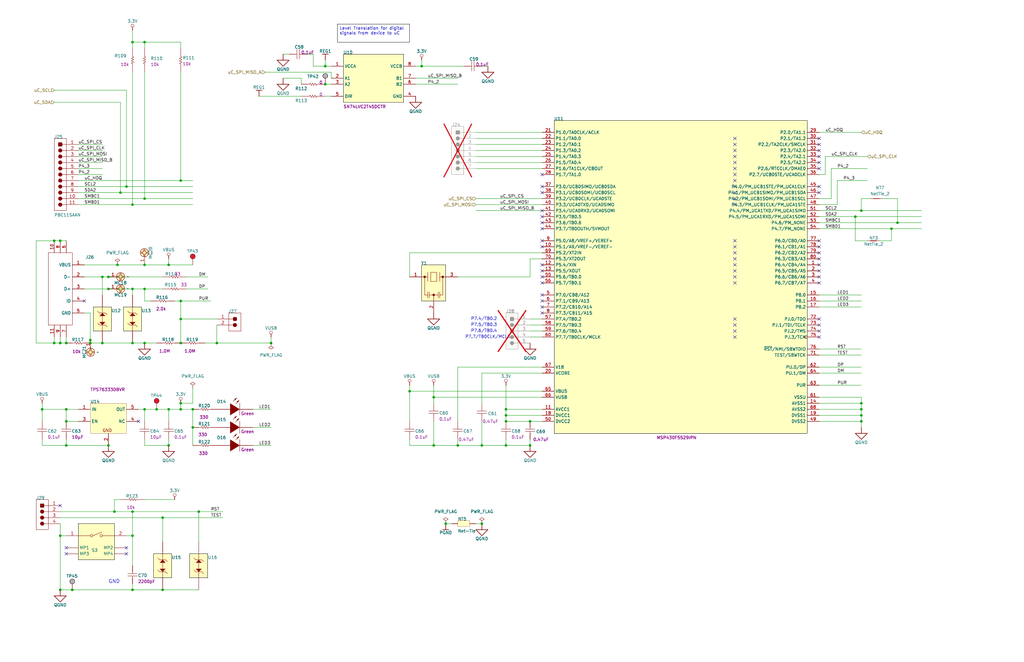
<source format=kicad_sch>
(kicad_sch (version 20250114) (generator "eeschema") (generator_version "9.0")
  (paper "User" 431.8 279.4)
  (title_block (title "Interface") (date "Not shown in title block") (rev "Use project parameter SCH_Rev") (company "Not shown in title block"))
  (text "P7.6/TB0.4" (at 204.098 139.7 0) (effects (font (size 1.27 1.27))))
  (text "P7.5/TB0.3" (at 204.092 137.16 0) (effects (font (size 1.27 1.27))))
  (text "P7.4/TB0.2" (at 204.104 134.62 0) (effects (font (size 1.27 1.27))))
  (text "GND" (at 45.72 246.38 0) (effects (font (size 1.524 1.524)) (justify left bottom)))
  (text "P7.7/TB0CLK/MCLK" (at 205.74 142.24 0) (effects (font (size 1.27 1.27))))
  (text_box "Level Translation for digital signals from device to uC\n" (at 172.72 10.16 0) (size -30.48 7.62) (margins 0.9525 0.9525 0.9525 0.9525) (stroke (width 0) (color 0 0 0 1)) (fill (type color) (color 255 255 255 1)) (effects (font (size 1.27 1.27)) (justify left top)))
  (junction (at 45.72 187.96))
  (junction (at 213.36 177.8))
  (junction (at 25.4 101.6))
  (junction (at 375.92 96.52))
  (junction (at 378.46 93.98))
  (junction (at 91.44 144.78))
  (junction (at 45.72 116.84))
  (junction (at 60.96 144.78))
  (junction (at 76.2 170.18))
  (junction (at 360.68 91.44))
  (junction (at 68.58 218.44))
  (junction (at 55.88 86.36))
  (junction (at 25.4 144.78))
  (junction (at 203.2 187.96))
  (junction (at 71.12 111.76))
  (junction (at 363.22 170.18))
  (junction (at 76.2 76.2))
  (junction (at 213.36 187.96))
  (junction (at 203.2 220.98))
  (junction (at 137.16 35.56))
  (junction (at 45.72 121.92))
  (junction (at 49.53 111.76))
  (junction (at 213.36 175.26))
  (junction (at 60.96 111.76))
  (junction (at 363.22 177.8))
  (junction (at 27.94 187.96))
  (junction (at 182.88 167.64))
  (junction (at 177.8 27.94))
  (junction (at 38.1 144.78))
  (junction (at 363.22 175.26))
  (junction (at 71.12 187.96))
  (junction (at 66.04 172.72))
  (junction (at 68.58 248.92))
  (junction (at 182.88 187.96))
  (junction (at 71.12 172.72))
  (junction (at 22.86 144.78))
  (junction (at 81.28 172.72))
  (junction (at 27.94 144.78))
  (junction (at 27.94 177.8))
  (junction (at 55.88 226.06))
  (junction (at 76.2 134.62))
  (junction (at 55.88 248.92))
  (junction (at 50.8 81.28))
  (junction (at 27.94 172.72))
  (junction (at 55.88 144.78))
  (junction (at 22.86 101.6))
  (junction (at 43.18 116.84))
  (junction (at 83.82 215.9))
  (junction (at 81.28 180.34))
  (junction (at 53.34 78.74))
  (junction (at 60.96 83.82))
  (junction (at 55.88 215.9))
  (junction (at 55.88 121.92))
  (junction (at 55.88 17.78))
  (junction (at 17.78 172.72))
  (junction (at 363.22 172.72))
  (junction (at 114.3 144.78))
  (junction (at 76.2 127))
  (junction (at 76.2 144.78))
  (junction (at 223.52 177.8))
  (junction (at 48.26 215.9))
  (junction (at 137.16 27.94))
  (junction (at 60.96 17.78))
  (junction (at 223.52 187.96))
  (junction (at 76.2 172.72))
  (junction (at 60.96 121.92))
  (junction (at 60.96 172.72))
  (junction (at 187.96 220.98))
  (junction (at 43.18 144.78))
  (junction (at 363.22 88.9))
  (junction (at 193.04 187.96))
  (junction (at 172.72 165.1))
  (junction (at 213.36 172.72))
  (junction (at 25.4 248.92))
  (junction (at 25.4 226.06))
  (junction (at 38.1 143.51))
  (junction (at 30.48 248.92))
  (no_connect (at 309.88 66.04))
  (no_connect (at 309.88 76.2))
  (no_connect (at 309.88 106.68))
  (no_connect (at 228.6 81.28))
  (no_connect (at 345.44 142.24))
  (no_connect (at 309.88 119.38))
  (no_connect (at 345.44 106.68))
  (no_connect (at 309.88 111.76))
  (no_connect (at 27.94 233.68))
  (no_connect (at 309.88 78.74))
  (no_connect (at 228.6 104.14))
  (no_connect (at 309.88 104.14))
  (no_connect (at 345.44 66.04))
  (no_connect (at 228.6 129.54))
  (no_connect (at 228.6 132.08))
  (no_connect (at 309.88 142.24))
  (no_connect (at 345.44 111.76))
  (no_connect (at 228.6 91.44))
  (no_connect (at 309.88 116.84))
  (no_connect (at 345.44 60.96))
  (no_connect (at 345.44 139.7))
  (no_connect (at 228.6 114.3))
  (no_connect (at 309.88 71.12))
  (no_connect (at 345.44 68.58))
  (no_connect (at 345.44 137.16))
  (no_connect (at 309.88 83.82))
  (no_connect (at 53.34 233.68))
  (no_connect (at 35.56 127))
  (no_connect (at 309.88 81.28))
  (no_connect (at 309.88 68.58))
  (no_connect (at 345.44 134.62))
  (no_connect (at 309.88 101.6))
  (no_connect (at 228.6 78.74))
  (no_connect (at 345.44 81.28))
  (no_connect (at 309.88 63.5))
  (no_connect (at 228.6 96.52))
  (no_connect (at 309.88 73.66))
  (no_connect (at 345.44 63.5))
  (no_connect (at 345.44 116.84))
  (no_connect (at 345.44 109.22))
  (no_connect (at 228.6 73.66))
  (no_connect (at 228.6 93.98))
  (no_connect (at 309.88 109.22))
  (no_connect (at 228.6 88.9))
  (no_connect (at 345.44 101.6))
  (no_connect (at 25.4 213.36))
  (no_connect (at 53.34 231.14))
  (no_connect (at 228.6 111.76))
  (no_connect (at 345.44 119.38))
  (no_connect (at 228.6 119.38))
  (no_connect (at 345.44 114.3))
  (no_connect (at 345.44 104.14))
  (no_connect (at 309.88 137.16))
  (no_connect (at 309.88 86.36))
  (no_connect (at 228.6 127))
  (no_connect (at 345.44 58.42))
  (no_connect (at 309.88 139.7))
  (no_connect (at 228.6 116.84))
  (no_connect (at 58.42 177.8))
  (no_connect (at 27.94 231.14))
  (no_connect (at 309.88 58.42))
  (no_connect (at 345.44 71.12))
  (no_connect (at 228.6 101.6))
  (no_connect (at 228.6 124.46))
  (no_connect (at 309.88 134.62))
  (no_connect (at 345.44 78.74))
  (no_connect (at 309.88 60.96))
  (no_connect (at 309.88 114.3))
  (wire (pts (xy 363.22 167.64) (xy 345.44 167.64)))
  (wire (pts (xy 55.88 20.32) (xy 55.88 17.78)))
  (wire (pts (xy 49.53 111.76) (xy 35.56 111.76)))
  (wire (pts (xy 353.06 86.36) (xy 353.06 76.2)))
  (wire (pts (xy 363.22 154.94) (xy 345.44 154.94)))
  (wire (pts (xy 182.88 187.96) (xy 193.04 187.96)))
  (wire (pts (xy 378.46 93.98) (xy 345.44 93.98)))
  (wire (pts (xy 71.12 111.76) (xy 60.96 111.76)))
  (wire (pts (xy 91.44 144.78) (xy 114.3 144.78)))
  (wire (pts (xy 347.98 66.04) (xy 365.76 66.04)))
  (wire (pts (xy 25.4 226.06) (xy 25.4 220.98)))
  (wire (pts (xy 68.58 121.92) (xy 60.96 121.92)))
  (wire (pts (xy 81.28 170.18) (xy 81.28 163.83)))
  (wire (pts (xy 60.96 111.76) (xy 49.53 111.76)))
  (wire (pts (xy 119.38 22.86) (xy 121.92 22.86)))
  (wire (pts (xy 363.22 170.18) (xy 363.22 167.64)))
  (wire (pts (xy 78.74 121.92) (xy 87.63 121.92)))
  (wire (pts (xy 48.26 210.82) (xy 48.26 215.9)))
  (wire (pts (xy 200.66 68.58) (xy 228.6 68.58)))
  (wire (pts (xy 182.88 167.64) (xy 182.88 170.18)))
  (wire (pts (xy 363.22 83.82) (xy 367.03 83.82)))
  (wire (pts (xy 187.96 220.98) (xy 190.5 220.98)))
  (wire (pts (xy 22.86 144.78) (xy 25.4 144.78)))
  (wire (pts (xy 223.52 137.16) (xy 228.6 137.16)))
  (wire (pts (xy 132.08 22.86) (xy 132.08 27.94)))
  (wire (pts (xy 375.92 96.52) (xy 345.44 96.52)))
  (wire (pts (xy 17.78 187.96) (xy 27.94 187.96)))
  (wire (pts (xy 119.38 33.02) (xy 127 33.02)))
  (wire (pts (xy 172.72 165.1) (xy 172.72 162.56)))
  (wire (pts (xy 363.22 177.8) (xy 345.44 177.8)))
  (wire (pts (xy 88.9 127) (xy 76.2 127)))
  (wire (pts (xy 71.12 172.72) (xy 71.12 177.8)))
  (wire (pts (xy 93.98 218.44) (xy 68.58 218.44)))
  (wire (pts (xy 25.4 144.78) (xy 25.4 142.24)))
  (wire (pts (xy 223.52 134.62) (xy 228.6 134.62)))
  (wire (pts (xy 363.22 157.48) (xy 345.44 157.48)))
  (wire (pts (xy 33.02 76.2) (xy 76.2 76.2)))
  (wire (pts (xy 200.66 63.5) (xy 228.6 63.5)))
  (wire (pts (xy 223.52 177.8) (xy 228.6 177.8)))
  (wire (pts (xy 114.3 172.72) (xy 106.68 172.72)))
  (wire (pts (xy 200.66 60.96) (xy 228.6 60.96)))
  (wire (pts (xy 81.28 86.36) (xy 55.88 86.36)))
  (wire (pts (xy 111.76 30.48) (xy 139.7 30.48)))
  (wire (pts (xy 127 40.64) (xy 109.22 40.64)))
  (wire (pts (xy 43.18 116.84) (xy 45.72 116.84)))
  (wire (pts (xy 53.34 226.06) (xy 55.88 226.06)))
  (wire (pts (xy 76.2 170.18) (xy 81.28 170.18)))
  (wire (pts (xy 182.88 177.8) (xy 182.88 187.96)))
  (wire (pts (xy 193.04 116.84) (xy 223.52 116.84)))
  (wire (pts (xy 203.2 27.94) (xy 205.74 27.94)))
  (wire (pts (xy 33.02 66.04) (xy 43.18 66.04)))
  (wire (pts (xy 53.34 38.1) (xy 53.34 78.74)))
  (wire (pts (xy 66.04 172.72) (xy 71.12 172.72)))
  (wire (pts (xy 203.2 220.98) (xy 200.66 220.98)))
  (wire (pts (xy 25.4 144.78) (xy 27.94 144.78)))
  (wire (pts (xy 15.24 144.78) (xy 22.86 144.78)))
  (wire (pts (xy 200.66 83.82) (xy 228.6 83.82)))
  (wire (pts (xy 345.44 83.82) (xy 350.52 83.82)))
  (wire (pts (xy 17.78 185.42) (xy 17.78 187.96)))
  (wire (pts (xy 388.62 91.44) (xy 360.68 91.44)))
  (wire (pts (xy 22.86 43.18) (xy 50.8 43.18)))
  (wire (pts (xy 71.12 111.76) (xy 71.12 109.22)))
  (wire (pts (xy 363.22 172.72) (xy 345.44 172.72)))
  (wire (pts (xy 55.88 12.7) (xy 55.88 17.78)))
  (wire (pts (xy 76.2 144.78) (xy 76.2 134.62)))
  (wire (pts (xy 27.94 144.78) (xy 27.94 142.24)))
  (wire (pts (xy 55.88 144.78) (xy 43.18 144.78)))
  (wire (pts (xy 363.22 83.82) (xy 363.22 88.9)))
  (wire (pts (xy 91.44 134.62) (xy 76.2 134.62)))
  (wire (pts (xy 55.88 86.36) (xy 33.02 86.36)))
  (wire (pts (xy 38.1 143.51) (xy 38.1 132.08)))
  (wire (pts (xy 30.48 248.92) (xy 55.88 248.92)))
  (wire (pts (xy 363.22 127) (xy 345.44 127)))
  (wire (pts (xy 360.68 91.44) (xy 360.68 101.6)))
  (wire (pts (xy 76.2 172.72) (xy 81.28 172.72)))
  (wire (pts (xy 175.26 35.56) (xy 193.04 35.56)))
  (wire (pts (xy 228.6 154.94) (xy 193.04 154.94)))
  (wire (pts (xy 200.66 88.9) (xy 228.6 88.9)))
  (wire (pts (xy 33.02 63.5) (xy 43.18 63.5)))
  (wire (pts (xy 137.16 40.64) (xy 139.7 40.64)))
  (wire (pts (xy 363.22 162.56) (xy 345.44 162.56)))
  (wire (pts (xy 137.16 25.4) (xy 137.16 27.94)))
  (wire (pts (xy 353.06 76.2) (xy 365.76 76.2)))
  (wire (pts (xy 363.22 177.8) (xy 363.22 175.26)))
  (wire (pts (xy 76.2 134.62) (xy 76.2 127)))
  (wire (pts (xy 360.68 101.6) (xy 365.76 101.6)))
  (wire (pts (xy 200.66 66.04) (xy 228.6 66.04)))
  (wire (pts (xy 223.52 139.7) (xy 228.6 139.7)))
  (wire (pts (xy 81.28 83.82) (xy 60.96 83.82)))
  (wire (pts (xy 81.28 187.96) (xy 81.28 180.34)))
  (wire (pts (xy 228.6 86.36) (xy 200.66 86.36)))
  (wire (pts (xy 27.94 172.72) (xy 17.78 172.72)))
  (wire (pts (xy 48.26 215.9) (xy 55.88 215.9)))
  (wire (pts (xy 63.5 127) (xy 60.96 127)))
  (wire (pts (xy 132.08 27.94) (xy 137.16 27.94)))
  (wire (pts (xy 223.52 116.84) (xy 223.52 109.22)))
  (wire (pts (xy 350.52 83.82) (xy 350.52 71.12)))
  (wire (pts (xy 60.96 30.48) (xy 60.96 83.82)))
  (wire (pts (xy 33.02 172.72) (xy 27.94 172.72)))
  (wire (pts (xy 200.66 58.42) (xy 228.6 58.42)))
  (wire (pts (xy 363.22 180.34) (xy 363.22 177.8)))
  (wire (pts (xy 193.04 154.94) (xy 193.04 177.8)))
  (wire (pts (xy 200.66 55.88) (xy 228.6 55.88)))
  (wire (pts (xy 17.78 172.72) (xy 17.78 170.18)))
  (wire (pts (xy 350.52 71.12) (xy 365.76 71.12)))
  (wire (pts (xy 53.34 78.74) (xy 33.02 78.74)))
  (wire (pts (xy 360.68 91.44) (xy 345.44 91.44)))
  (wire (pts (xy 213.36 175.26) (xy 213.36 177.8)))
  (wire (pts (xy 76.2 76.2) (xy 81.28 76.2)))
  (wire (pts (xy 345.44 73.66) (xy 347.98 73.66)))
  (wire (pts (xy 55.88 246.38) (xy 55.88 248.92)))
  (wire (pts (xy 35.56 116.84) (xy 43.18 116.84)))
  (wire (pts (xy 223.52 142.24) (xy 228.6 142.24)))
  (wire (pts (xy 363.22 124.46) (xy 345.44 124.46)))
  (wire (pts (xy 50.8 210.82) (xy 48.26 210.82)))
  (wire (pts (xy 45.72 116.84) (xy 68.58 116.84)))
  (wire (pts (xy 38.1 144.78) (xy 38.1 143.51)))
  (wire (pts (xy 55.88 215.9) (xy 55.88 226.06)))
  (wire (pts (xy 60.96 127) (xy 60.96 121.92)))
  (wire (pts (xy 22.86 144.78) (xy 22.86 142.24)))
  (wire (pts (xy 68.58 228.6) (xy 68.58 218.44)))
  (wire (pts (xy 388.62 93.98) (xy 378.46 93.98)))
  (wire (pts (xy 81.28 180.34) (xy 81.28 172.72)))
  (wire (pts (xy 363.22 149.86) (xy 345.44 149.86)))
  (wire (pts (xy 363.22 170.18) (xy 345.44 170.18)))
  (wire (pts (xy 213.36 175.26) (xy 228.6 175.26)))
  (wire (pts (xy 76.2 170.18) (xy 76.2 172.72)))
  (wire (pts (xy 43.18 144.78) (xy 38.1 144.78)))
  (wire (pts (xy 60.96 144.78) (xy 66.04 144.78)))
  (wire (pts (xy 76.2 127) (xy 73.66 127)))
  (wire (pts (xy 139.7 27.94) (xy 137.16 27.94)))
  (wire (pts (xy 55.88 121.92) (xy 45.72 121.92)))
  (wire (pts (xy 81.28 111.76) (xy 71.12 111.76)))
  (wire (pts (xy 213.36 172.72) (xy 213.36 162.56)))
  (wire (pts (xy 43.18 124.46) (xy 43.18 116.84)))
  (wire (pts (xy 25.4 248.92) (xy 25.4 226.06)))
  (wire (pts (xy 213.36 177.8) (xy 223.52 177.8)))
  (wire (pts (xy 25.4 101.6) (xy 22.86 101.6)))
  (wire (pts (xy 139.7 35.56) (xy 137.16 35.56)))
  (wire (pts (xy 60.96 83.82) (xy 33.02 83.82)))
  (wire (pts (xy 195.58 27.94) (xy 177.8 27.94)))
  (wire (pts (xy 86.36 144.78) (xy 91.44 144.78)))
  (wire (pts (xy 30.48 248.92) (xy 25.4 248.92)))
  (wire (pts (xy 203.2 187.96) (xy 203.2 177.8)))
  (wire (pts (xy 223.52 185.42) (xy 223.52 187.96)))
  (wire (pts (xy 68.58 248.92) (xy 55.88 248.92)))
  (wire (pts (xy 228.6 165.1) (xy 172.72 165.1)))
  (wire (pts (xy 35.56 132.08) (xy 38.1 132.08)))
  (wire (pts (xy 370.84 101.6) (xy 375.92 101.6)))
  (wire (pts (xy 193.04 187.96) (xy 193.04 185.42)))
  (wire (pts (xy 172.72 106.68) (xy 172.72 116.84)))
  (wire (pts (xy 27.94 177.8) (xy 33.02 177.8)))
  (wire (pts (xy 213.36 187.96) (xy 223.52 187.96)))
  (wire (pts (xy 114.3 144.78) (xy 114.3 142.24)))
  (wire (pts (xy 363.22 147.32) (xy 345.44 147.32)))
  (wire (pts (xy 15.24 101.6) (xy 15.24 144.78)))
  (wire (pts (xy 83.82 228.6) (xy 83.82 215.9)))
  (wire (pts (xy 175.26 33.02) (xy 193.04 33.02)))
  (wire (pts (xy 45.72 121.92) (xy 35.56 121.92)))
  (wire (pts (xy 228.6 157.48) (xy 203.2 157.48)))
  (wire (pts (xy 223.52 109.22) (xy 228.6 109.22)))
  (wire (pts (xy 76.2 20.32) (xy 76.2 17.78)))
  (wire (pts (xy 114.3 187.96) (xy 106.68 187.96)))
  (wire (pts (xy 76.2 30.48) (xy 76.2 76.2)))
  (wire (pts (xy 172.72 165.1) (xy 172.72 177.8)))
  (wire (pts (xy 22.86 101.6) (xy 15.24 101.6)))
  (wire (pts (xy 200.66 71.12) (xy 228.6 71.12)))
  (wire (pts (xy 71.12 187.96) (xy 71.12 185.42)))
  (wire (pts (xy 363.22 55.88) (xy 345.44 55.88)))
  (wire (pts (xy 213.36 172.72) (xy 228.6 172.72)))
  (wire (pts (xy 55.88 30.48) (xy 55.88 86.36)))
  (wire (pts (xy 363.22 172.72) (xy 363.22 170.18)))
  (wire (pts (xy 363.22 88.9) (xy 345.44 88.9)))
  (wire (pts (xy 60.96 172.72) (xy 58.42 172.72)))
  (wire (pts (xy 68.58 248.92) (xy 83.82 248.92)))
  (wire (pts (xy 363.22 175.26) (xy 345.44 175.26)))
  (wire (pts (xy 27.94 226.06) (xy 25.4 226.06)))
  (wire (pts (xy 347.98 73.66) (xy 347.98 66.04)))
  (wire (pts (xy 213.36 187.96) (xy 213.36 185.42)))
  (wire (pts (xy 17.78 172.72) (xy 17.78 177.8)))
  (wire (pts (xy 76.2 17.78) (xy 60.96 17.78)))
  (wire (pts (xy 27.94 187.96) (xy 45.72 187.96)))
  (wire (pts (xy 22.86 38.1) (xy 53.34 38.1)))
  (wire (pts (xy 177.8 25.4) (xy 177.8 27.94)))
  (wire (pts (xy 55.88 17.78) (xy 60.96 17.78)))
  (wire (pts (xy 193.04 187.96) (xy 203.2 187.96)))
  (wire (pts (xy 172.72 185.42) (xy 172.72 187.96)))
  (wire (pts (xy 78.74 116.84) (xy 87.63 116.84)))
  (wire (pts (xy 66.04 172.72) (xy 60.96 172.72)))
  (wire (pts (xy 363.22 129.54) (xy 345.44 129.54)))
  (wire (pts (xy 55.88 144.78) (xy 60.96 144.78)))
  (wire (pts (xy 71.12 172.72) (xy 76.2 172.72)))
  (wire (pts (xy 27.94 172.72) (xy 27.94 177.8)))
  (wire (pts (xy 129.54 22.86) (xy 132.08 22.86)))
  (wire (pts (xy 127 33.02) (xy 127 35.56)))
  (wire (pts (xy 345.44 86.36) (xy 353.06 86.36)))
  (wire (pts (xy 375.92 101.6) (xy 375.92 96.52)))
  (wire (pts (xy 33.02 73.66) (xy 43.18 73.66)))
  (wire (pts (xy 27.94 101.6) (xy 25.4 101.6)))
  (wire (pts (xy 50.8 81.28) (xy 33.02 81.28)))
  (wire (pts (xy 363.22 175.26) (xy 363.22 172.72)))
  (wire (pts (xy 55.88 124.46) (xy 55.88 121.92)))
  (wire (pts (xy 388.62 88.9) (xy 363.22 88.9)))
  (wire (pts (xy 60.96 172.72) (xy 60.96 177.8)))
  (wire (pts (xy 372.11 83.82) (xy 378.46 83.82)))
  (wire (pts (xy 228.6 167.64) (xy 182.88 167.64)))
  (wire (pts (xy 83.82 215.9) (xy 93.98 215.9)))
  (wire (pts (xy 33.02 71.12) (xy 43.18 71.12)))
  (wire (pts (xy 139.7 30.48) (xy 139.7 33.02)))
  (wire (pts (xy 213.36 172.72) (xy 213.36 175.26)))
  (wire (pts (xy 68.58 218.44) (xy 25.4 218.44)))
  (wire (pts (xy 25.4 215.9) (xy 48.26 215.9)))
  (wire (pts (xy 55.88 226.06) (xy 55.88 238.76)))
  (wire (pts (xy 172.72 187.96) (xy 182.88 187.96)))
  (wire (pts (xy 378.46 83.82) (xy 378.46 93.98)))
  (wire (pts (xy 33.02 60.96) (xy 43.18 60.96)))
  (wire (pts (xy 60.96 187.96) (xy 71.12 187.96)))
  (wire (pts (xy 60.96 20.32) (xy 60.96 17.78)))
  (wire (pts (xy 73.66 210.82) (xy 60.96 210.82)))
  (wire (pts (xy 177.8 27.94) (xy 175.26 27.94)))
  (wire (pts (xy 60.96 121.92) (xy 55.88 121.92)))
  (wire (pts (xy 81.28 81.28) (xy 50.8 81.28)))
  (wire (pts (xy 114.3 180.34) (xy 106.68 180.34)))
  (wire (pts (xy 50.8 43.18) (xy 50.8 81.28)))
  (wire (pts (xy 203.2 187.96) (xy 213.36 187.96)))
  (wire (pts (xy 27.94 185.42) (xy 27.94 187.96)))
  (wire (pts (xy 33.02 68.58) (xy 43.18 68.58)))
  (wire (pts (xy 60.96 187.96) (xy 60.96 185.42)))
  (wire (pts (xy 203.2 157.48) (xy 203.2 170.18)))
  (wire (pts (xy 55.88 215.9) (xy 83.82 215.9)))
  (wire (pts (xy 91.44 137.16) (xy 91.44 144.78)))
  (wire (pts (xy 388.62 96.52) (xy 375.92 96.52)))
  (wire (pts (xy 81.28 78.74) (xy 53.34 78.74)))
  (wire (pts (xy 182.88 162.56) (xy 182.88 167.64)))
  (wire (pts (xy 172.72 106.68) (xy 228.6 106.68)))
  (label "uC_SPI_MISO_B" (at 210.82 88.9 0))
  (label "DM" (at 83.82 116.84 0))
  (label "uC_SPI_MOSI" (at 33.02 66.04 0))
  (label "P4_3" (at 33.02 71.12 0))
  (label "RST" (at 353.06 147.32 0))
  (label "DP" (at 83.82 121.92 0))
  (label "TEST" (at 88.9 218.44 0))
  (label "uC_SPI_MISO_B" (at 33.02 68.58 0))
  (label "SCL2" (at 347.98 88.9 0))
  (label "uC_SPI_MISO_B" (at 180.34 33.02 0))
  (label "PUR" (at 83.82 127 0))
  (label "LED2" (at 353.06 127 0))
  (label "RST" (at 88.9 215.9 0))
  (label "LED3" (at 353.06 129.54 0))
  (label "P4_3" (at 355.6 76.2 0))
  (label "PUR" (at 353.06 162.56 0))
  (label "LED1" (at 353.06 124.46 0))
  (label "uC_SPI_CLK" (at 33.02 63.5 0))
  (label "SMBC1" (at 35.56 83.82 0))
  (label "LED2" (at 109.22 180.34 0))
  (label "SMBD1" (at 347.98 96.52 0))
  (label "DM" (at 353.06 157.48 0))
  (label "uC_SPI_CLK" (at 350.52 66.04 0))
  (label "uC_SPI_CS" (at 33.02 60.96 0))
  (label "uC_HDQ" (at 347.98 55.88 0))
  (label "SMBC1" (at 347.98 93.98 0))
  (label "uC_SPI_CS" (at 210.82 83.82 0))
  (label "TEST" (at 353.06 149.86 0))
  (label "P4_2" (at 33.02 73.66 0))
  (label "P4_2" (at 353.06 71.12 0))
  (label "SMBD1" (at 35.56 86.36 0))
  (label "LED3" (at 109.22 187.96 0))
  (label "uC_SPI_MOSI" (at 210.82 86.36 0))
  (label "uC_HDQ" (at 35.56 76.2 0))
  (label "SDA2" (at 35.56 81.28 0))
  (label "SCL2" (at 35.56 78.74 0))
  (label "LED1" (at 109.22 172.72 0))
  (label "P4_2" (at 180.34 35.56 0))
  (label "SDA2" (at 347.98 91.44 0))
  (label "DP" (at 353.06 154.94 0))
  (hierarchical_label "uC_SPI_CLK" (shape input) (at 365.76 66.04 0))
  (hierarchical_label "uC_SPI_MISO_A" (shape input) (at 111.76 30.48 180))
  (hierarchical_label "uC_SPI_CS" (shape input) (at 200.66 83.82 180))
  (hierarchical_label "uC_SCL" (shape input) (at 22.86 38.1 180))
  (hierarchical_label "uC_SPI_MOSI" (shape input) (at 200.66 86.36 180))
  (hierarchical_label "uC_SDA" (shape input) (at 22.86 43.18 180))
  (hierarchical_label "uC_HDQ" (shape input) (at 363.22 55.88 0))
  (symbol (lib_id "power:PWR_FLAG") (at 203.2 220.98 0) (unit 1)
    (property "Reference" "#FLG020" (effects (hide yes)))
    (property "Value" "PWR_FLAG" (at 203.2 215.9 0))
    (property "Description" "Special symbol for telling ERC where power comes from" (effects (hide yes)))
  )
  (symbol (lib_id "BMS029B-altium-import:PGND_BAR") (at 187.96 220.98 0) (unit 1)
    (property "Reference" "#PWR054" (effects (hide yes)))
    (property "Value" "PGND" (at 187.96 224.79 0))
  )
  (symbol (lib_id "Altium Vault - TI:root_0_mirrored_CMP-0054597-1_Altium Vault - TI") (at 218.44 139.7 0) (unit 1) (dnp yes)
    (property "Reference" "J28" (at 213.36 132.08 0) (effects (justify left bottom)))
    (property "Value" "PEC05SAAN" (effects (hide yes)))
    (property "Footprint" "Sullins_PxC05SAAN" (effects (hide yes)))
    (property "Description" "Header, 2.54mm, 5x1, Tin, TH" (effects (hide yes)))
    (property "COMPONENTLINK1URL" "http://www.sullinscorp.com/catalogs/77_PAGE108-109_.100_MALE_HDR.pdf" (effects (hide yes)))
    (property "CLASSNAME" "Header" (effects (hide yes)))
    (property "CNHEADER" "TRUE" (effects (hide yes)))
    (property "PUBLISHER" "Texas Instruments" (effects (hide yes)))
    (property "CURRENT_A" "3A" (effects (hide yes)))
    (property "GREEN_LIFECYCLE" "Not Set" (effects (hide yes)))
    (property "SHROUDED" "N" (effects (hide yes)))
    (property "COLOR" "Black" (effects (hide yes)))
    (property "GENDER" "Male" (effects (hide yes)))
    (property "GREEN_REACH" "Incomplete" (effects (hide yes)))
    (property "ROHS" "Y" (effects (hide yes)))
    (property "MOUNTTYPE" "TH" (effects (hide yes)))
    (property "GREEN_EU ROHS-2" "Incomplete" (effects (hide yes)))
    (property "VOLTAGE_V" "1.8kV" (effects (hide yes)))
    (property "SUPPLIER 1" "Digi-Key" (effects (hide yes)))
    (property "MANUFACTURER" "Sullins Connector Solutions" (effects (hide yes)))
    (property "GREEN_EU ROHS" "Incomplete" (effects (hide yes)))
    (property "PACKAGEREFERENCE" "Header, 2.54mm, 5x1, TH" (effects (hide yes)))
    (property "PINCOUNT" "5" (effects (hide yes)))
    (property "COMPTYPE" "Header" (effects (hide yes)))
    (property "LATESTREVISIONDATE" "26/05/2017" (effects (hide yes)))
    (property "PARTNUMBER" "PEC05SAAN" (effects (hide yes)))
    (property "ROW_COUNT" "1" (effects (hide yes)))
    (property "ORIENTATION" "Vertical" (effects (hide yes)))
    (property "COMPONENTLINK1DESCRIPTION" "Datasheet URL" (effects (hide yes)))
    (property "SUPPLIER PART NUMBER 1" "S1012E-05-ND" (effects (hide yes)))
    (property "PITCH_MM" "2.54" (effects (hide yes)))
    (property "CONTACTFINISH" "Tin" (effects (hide yes)))
    (property "CT" "FALSE" (effects (hide yes)))
    (property "CERT_UL" "Y" (effects (hide yes)))
  )
  (symbol (lib_name "root_2_Resistor_Altium Vault - TI_1") (lib_id "Altium Vault - TI:root_2_Resistor_Altium Vault - TI") (at 86.36 172.72 0) (unit 1)
    (property "Reference" "R120" (at 83.566 171.958 0) (effects (justify left bottom)))
    (property "Value" "Resistor" (effects (hide yes)))
    (property "Footprint" "0402" (effects (hide yes)))
    (property "Description" "RES, 330, 1%, 0.1 W, AEC-Q200 Grade 0, 0402" (effects (hide yes)))
    (property "COMPTYPE" "Resistor" (effects (hide yes)))
    (property "SYMBOLVERSION" "2009-05-29" (effects (hide yes)))
    (property "ALTIUM_VALUE" "330" (effects (hide yes)))
    (property "PARTNUMBER" "ERJ-2RKF3300X" (effects (hide yes)))
    (property "VALUEDISPLAYED" "330" (at 84.074 176.784 0) (effects (justify left bottom)))
    (property "MANUFACTURER" "Panasonic" (effects (hide yes)))
    (property "PACKAGEREFERENCE" "0402" (effects (hide yes)))
    (property "ROHS" "Y" (effects (hide yes)))
    (property "RES_OHM" "330" (effects (hide yes)))
    (property "VALUE_CODE" "330R" (effects (hide yes)))
    (property "TOLERANCE_%" "1%" (effects (hide yes)))
    (property "VALUE1" "1%" (effects (hide yes)))
    (property "POWER_W" "100mW" (effects (hide yes)))
    (property "VALUE2" "0.1W" (effects (hide yes)))
    (property "VDC_V" "50V" (effects (hide yes)))
    (property "TEMPCO" "100 ppm/C" (effects (hide yes)))
    (property "MOUNTTYPE" "SMT" (effects (hide yes)))
    (property "TECHNOLOGY" "Thick Film" (effects (hide yes)))
    (property "SIZEAREA_MM2" "0.5" (effects (hide yes)))
    (property "SIZEX_MM" "1" (effects (hide yes)))
    (property "SIZEY_MM" "0.5" (effects (hide yes)))
    (property "SIZEZ_MM" "0.6" (effects (hide yes)))
    (property "PUBLISHED" "2008-06-26" (effects (hide yes)))
    (property "PUBLISHER" "Texas Instruments" (effects (hide yes)))
    (property "LATESTREVISIONDATE" "2017-03-09" (effects (hide yes)))
    (property "COMPONENTLINK1DESCRIPTION" "Datasheet link" (effects (hide yes)))
    (property "COMPONENTLINK1URL" "http://industrial.panasonic.com/lecs/www-data/pdf/AOA0000/AOA0000CE2.pdf" (effects (hide yes)))
    (property "U/M" "EA" (effects (hide yes)))
    (property "SUPPLIER 1" "Digi-Key" (effects (hide yes)))
    (property "SUPPLIER PART NUMBER 1" "P330LCT-ND" (effects (hide yes)))
    (property "SUPPLIER 2" "Newark" (effects (hide yes)))
    (property "SUPPLIER PART NUMBER 2" "64R5277" (effects (hide yes)))
    (property "SUPPLIER 3" "Farnell" (effects (hide yes)))
    (property "SUPPLIER PART NUMBER 3" "2397127" (effects (hide yes)))
    (property "AEC CATEGORY" "Q200" (effects (hide yes)))
    (property "AEC QUALIFIED" "Y" (effects (hide yes)))
    (property "AEC GRADE" "0" (effects (hide yes)))
    (property "GREEN_LIFECYCLE" "Active" (effects (hide yes)))
    (property "GREEN_EU ROHS" "Passed with Exemption" (effects (hide yes)))
    (property "GREEN_EU ROHS-2" "Incomplete" (effects (hide yes)))
    (property "GREEN_REACH" "Passed" (effects (hide yes)))
  )
  (symbol (lib_id "power:PWR_FLAG") (at 114.3 144.78 180) (unit 1)
    (property "Reference" "#FLG023" (effects (hide yes)))
    (property "Value" "PWR_FLAG" (at 114.3 149.86 0))
    (property "Description" "Special symbol for telling ERC where power comes from" (effects (hide yes)))
  )
  (symbol (lib_id "Altium Vault - TI:root_0_Capacitor_Altium Vault - TI") (at 198.12 27.94 0) (unit 1)
    (property "Reference" "C59" (at 197.866 25.654 0) (effects (justify left bottom)))
    (property "Value" "885012205037" (effects (hide yes)))
    (property "Footprint" "0402" (effects (hide yes)))
    (property "Description" "CAP, CERM, 0.1 uF, 16 V, +/- 10%, X7R, 0402" (effects (hide yes)))
    (property "POLARIZED" "N" (effects (hide yes)))
    (property "COMPTYPE" "Capacitor" (effects (hide yes)))
    (property "ALTIUM_VALUE" "0.1uF" (effects (hide yes)))
    (property "PARTNUMBER" "885012205037" (effects (hide yes)))
    (property "VALUEDISPLAYED" "0.1uF" (at 200.66 27.94 0) (effects (justify left bottom)))
    (property "MANUFACTURER" "Wurth Elektronik" (effects (hide yes)))
    (property "PACKAGEREFERENCE" "0402" (effects (hide yes)))
    (property "ROHS" "Y" (effects (hide yes)))
    (property "U/M" "EA" (effects (hide yes)))
    (property "CAP_F" "100nF" (effects (hide yes)))
    (property "TOLERANCE_%" "10%" (effects (hide yes)))
    (property "VALUE1" "Unknown" (effects (hide yes)))
    (property "VDC_V" "16V" (effects (hide yes)))
    (property "VALUE2" "16V" (effects (hide yes)))
    (property "MOUNTTYPE" "SMT" (effects (hide yes)))
    (property "TECHNOLOGY" "Ceramic" (effects (hide yes)))
    (property "TEMPCO" "X7R" (effects (hide yes)))
    (property "TAMIN_C" "-55°C" (effects (hide yes)))
    (property "TAMAX_C" "125°C" (effects (hide yes)))
    (property "CAP_CASE" "0402" (effects (hide yes)))
    (property "PUBLISHED" "2008-06-19" (effects (hide yes)))
    (property "PUBLISHER" "Texas Instruments" (effects (hide yes)))
    (property "LATESTREVISIONDATE" "2017-03-09" (effects (hide yes)))
    (property "COMPONENTLINK1DESCRIPTION" "Datasheet link" (effects (hide yes)))
    (property "COMPONENTLINK1URL" "http://katalog.we-online.de/pbs/datasheet/885012205037.pdf" (effects (hide yes)))
    (property "SUPPLIER 1" "Digi-Key" (effects (hide yes)))
    (property "SUPPLIER PART NUMBER 1" "732-7532-1-ND" (effects (hide yes)))
    (property "SUPPLIER 2" "Mouser" (effects (hide yes)))
    (property "SUPPLIER PART NUMBER 2" "710-885012205037" (effects (hide yes)))
    (property "AEC CATEGORY" "Q200" (effects (hide yes)))
    (property "AEC QUALIFIED" "N" (effects (hide yes)))
    (property "AEC GRADE" "N/A" (effects (hide yes)))
    (property "SIZEAREA_MM2" "0.5" (effects (hide yes)))
    (property "SIZEAREAWB_MM2" "3" (effects (hide yes)))
    (property "SIZEX_MM" "1" (effects (hide yes)))
    (property "SIZEY_MM" "0.5" (effects (hide yes)))
    (property "SIZEZ_MM" "0.6" (effects (hide yes)))
  )
  (symbol (lib_id "Adom KiCad Symbols:Adom_Machine_Contact") (at 38.1 148.59 90) (unit 1)
    (property "Reference" "MC21" (at 35.56 148.59 0))
    (property "Value" "~" (at 40.64 148.6227 90) (effects (justify right)))
    (property "Footprint" "Adom Footprint Library:ADOM_MEDIUM_CONTACT" (effects (hide yes)))
  )
  (symbol (lib_id "BMS029B-altium-import:QGND_SIGNAL_GROUND") (at 223.52 144.78 0) (unit 1)
    (property "Reference" "#PWR060" (effects (hide yes)))
    (property "Value" "QGND" (at 223.52 151.13 0))
  )
  (symbol (lib_id "BMS029B-altium-import:3.3V_CIRCLE") (at 76.2 170.18 180) (unit 1)
    (property "Reference" "#PWR042" (effects (hide yes)))
    (property "Value" "3.3V" (at 76.2 166.37 0))
  )
  (symbol (lib_name "root_0_Resistor_Altium Vault - TI_4") (lib_id "Altium Vault - TI:root_0_Resistor_Altium Vault - TI") (at 132.08 40.64 0) (unit 1)
    (property "Reference" "R113" (at 124.46 43.18 0) (effects (justify left bottom)))
    (property "Value" "CRCW06030000Z0EA" (effects (hide yes)))
    (property "Footprint" "0603" (effects (hide yes)))
    (property "Description" "RES, 0, 5%, 0.1 W, AEC-Q200 Grade 0, 0603" (effects (hide yes)))
    (property "COMPTYPE" "Resistor" (effects (hide yes)))
    (property "ALTIUM_VALUE" "0" (effects (hide yes)))
    (property "PARTNUMBER" "CRCW06030000Z0EA" (effects (hide yes)))
    (property "MANUFACTURER" "Vishay-Dale" (effects (hide yes)))
    (property "PACKAGEREFERENCE" "0603" (effects (hide yes)))
    (property "ROHS" "E" (effects (hide yes)))
    (property "RES_OHM" "0" (effects (hide yes)))
    (property "VALUE_CODE" "0000" (effects (hide yes)))
    (property "TOLERANCE_%" "5%" (effects (hide yes)))
    (property "VALUE1" "5%" (effects (hide yes)))
    (property "POWER_W" "100mW" (effects (hide yes)))
    (property "VALUE2" "0.1W" (effects (hide yes)))
    (property "VDC_V" "75V" (effects (hide yes)))
    (property "TEMPCO" "200 ppm/C" (effects (hide yes)))
    (property "MOUNTTYPE" "SMT" (effects (hide yes)))
    (property "TECHNOLOGY" "Thick Film" (effects (hide yes)))
    (property "COMPONENTLINK1DESCRIPTION" "Datasheet link" (effects (hide yes)))
    (property "COMPONENTLINK1URL" "http://www.vishay.com/docs/20035/dcrcwe3.pdf" (effects (hide yes)))
    (property "EIA_CODE" "E24" (effects (hide yes)))
    (property "SUPPLIER 1" "Digi-Key" (effects (hide yes)))
    (property "SUPPLIER PART NUMBER 1" "541-0.0GCT-ND" (effects (hide yes)))
    (property "SUPPLIER 2" "Newark" (effects (hide yes)))
    (property "SUPPLIER PART NUMBER 2" "52K8014" (effects (hide yes)))
    (property "SUPPLIER 3" "Mouser" (effects (hide yes)))
    (property "SUPPLIER PART NUMBER 3" "71-CRCW0603-0-E3" (effects (hide yes)))
    (property "VALUEDISPLAYED" "0" (at 134.62 40.64 0) (effects (justify left bottom)))
    (property "SIZEAREA_MM2" "1.28" (effects (hide yes)))
    (property "SIZEX_MM" "1.6" (effects (hide yes)))
    (property "SIZEY_MM" "0.8" (effects (hide yes)))
    (property "SIZEZ_MM" "1" (effects (hide yes)))
    (property "AEC CATEGORY" "Q200" (effects (hide yes)))
    (property "AEC QUALIFIED" "Y" (effects (hide yes)))
    (property "AEC GRADE" "0" (effects (hide yes)))
  )
  (symbol (lib_id "power:PWR_FLAG") (at 187.96 220.98 0) (unit 1)
    (property "Reference" "#FLG019" (effects (hide yes)))
    (property "Value" "PWR_FLAG" (at 187.96 215.9 0))
    (property "Description" "Special symbol for telling ERC where power comes from" (effects (hide yes)))
  )
  (symbol (lib_id "Adom KiCad Symbols:Adom_Machine_Contact") (at 50.8 116.84 180) (unit 1)
    (property "Reference" "MC18" (at 50.8 119.38 0))
    (property "Value" "~" (at 53.34 116.7709 0) (effects (justify right)))
    (property "Footprint" "Adom Footprint Library:ADOM_MEDIUM_CONTACT" (effects (hide yes)))
  )
  (symbol (lib_name "root_1_Capacitor_Altium Vault - TI_2") (lib_id "Altium Vault - TI:root_1_Capacitor_Altium Vault - TI") (at 27.94 182.88 0) (unit 1)
    (property "Reference" "C63" (at 30.226 182.626 0) (effects (justify left bottom)))
    (property "Value" "CL21A106KOQNNNG" (effects (hide yes)))
    (property "Footprint" "0805_HV" (effects (hide yes)))
    (property "Description" "CAP, CERM, 10 µF, 16 V,+/- 10%, X5R, 0805" (effects (hide yes)))
    (property "POLARIZED" "N" (effects (hide yes)))
    (property "COMPTYPE" "Capacitor" (effects (hide yes)))
    (property "ALTIUM_VALUE" "10uF" (effects (hide yes)))
    (property "PARTNUMBER" "CL21A106KOQNNNG" (effects (hide yes)))
    (property "VALUEDISPLAYED" "10µF" (at 30.226 185.166 0) (effects (justify left bottom)))
    (property "MANUFACTURER" "Samsung Electro-Mechanics" (effects (hide yes)))
    (property "PACKAGEREFERENCE" "0805" (effects (hide yes)))
    (property "ROHS" "Y" (effects (hide yes)))
    (property "U/M" "EA" (effects (hide yes)))
    (property "CAP_F" "10µF" (effects (hide yes)))
    (property "TOLERANCE_%" "10%" (effects (hide yes)))
    (property "VDC_V" "16V" (effects (hide yes)))
    (property "VALUE2" "16V" (effects (hide yes)))
    (property "MOUNTTYPE" "SMT" (effects (hide yes)))
    (property "TECHNOLOGY" "Ceramic" (effects (hide yes)))
    (property "TEMPCO" "X5R" (effects (hide yes)))
    (property "TAMIN_C" "-55°C" (effects (hide yes)))
    (property "TAMAX_C" "85°C" (effects (hide yes)))
    (property "CAP_CASE" "0805" (effects (hide yes)))
    (property "SIZEAREA_MM2" "2.5" (effects (hide yes)))
    (property "SIZEAREAWB_MM2" "6.75" (effects (hide yes)))
    (property "SIZEX_MM" "2" (effects (hide yes)))
    (property "SIZEY_MM" "1.25" (effects (hide yes)))
    (property "SIZEZ_MM" "1.45" (effects (hide yes)))
    (property "COMPONENTLINK1DESCRIPTION" "Datasheet link" (effects (hide yes)))
    (property "COMPONENTLINK1URL" "http://www.samsungsem.com/kr/support/product-search/mlcc/__icsFiles/afieldfile/2018/06/20/CL21A106KOQNNNG.pdf" (effects (hide yes)))
    (property "AEC CATEGORY" "Q200" (effects (hide yes)))
    (property "AEC QUALIFIED" "N" (effects (hide yes)))
    (property "AEC GRADE" "N/A" (effects (hide yes)))
  )
  (symbol (lib_id "Adom KiCad Symbols:Adom_Machine_Contact") (at 50.8 121.92 180) (unit 1)
    (property "Reference" "MC19" (at 50.8 124.46 0))
    (property "Value" "~" (at 53.34 121.8509 0) (effects (justify right)))
    (property "Footprint" "Adom Footprint Library:ADOM_MEDIUM_CONTACT" (effects (hide yes)))
  )
  (symbol (lib_id "BMS029B-altium-import:QGND_SIGNAL_GROUND") (at 223.52 187.96 0) (unit 1)
    (property "Reference" "#PWR061" (effects (hide yes)))
    (property "Value" "QGND" (at 223.52 194.31 0))
  )
  (symbol (lib_id "power:PWR_FLAG") (at 49.53 111.76 0) (unit 1)
    (property "Reference" "#FLG021" (effects (hide yes)))
    (property "Value" "PWR_FLAG" (at 49.53 106.68 0))
    (property "Description" "Special symbol for telling ERC where power comes from" (effects (hide yes)))
  )
  (symbol (lib_id "Altium Vault - TI:root_0_mirrored_5005_Altium Vault - TI") (at 66.04 170.18 0) (unit 1)
    (property "Reference" "TP44" (at 63.5 167.64 0) (effects (justify left bottom)))
    (property "Value" "${PARTNUMBER}" (effects (hide yes)))
    (property "Footprint" "Keystone5005" (effects (hide yes)))
    (property "Description" "Test Point, Compact, Red, TH" (effects (hide yes)))
    (property "SYMBOLVERSION" "2008-04-04" (effects (hide yes)))
    (property "PARTNUMBER" "5005" (effects (hide yes)))
    (property "ALTIUM_VALUE" "Red" (effects (hide yes)))
    (property "MANUFACTURER" "Keystone" (effects (hide yes)))
    (property "PACKAGEREFERENCE" "Red Compact Testpoint" (effects (hide yes)))
    (property "COMPTYPE" "Test Point" (effects (hide yes)))
    (property "ROHS" "Y" (effects (hide yes)))
    (property "MOUNTTYPE" "TH" (effects (hide yes)))
    (property "COMPONENTLINK1DESCRIPTION" "Datasheet URL" (effects (hide yes)))
    (property "COMPONENTLINK1URL" "http://www.keyelco.com/userAssets/file/M60-2p60.pdf" (effects (hide yes)))
    (property "U/M" "EA" (effects (hide yes)))
    (property "PUBLISHER" "Texas Instruments" (effects (hide yes)))
    (property "LATESTREVISIONDATE" "26/05/2017" (effects (hide yes)))
    (property "SUPPLIER 1" "Digi-Key" (effects (hide yes)))
    (property "SUPPLIER PART NUMBER 1" "36-5005-ND" (effects (hide yes)))
    (property "SUPPLIER 2" "Mouser" (effects (hide yes)))
    (property "SUPPLIER PART NUMBER 2" "534-5005" (effects (hide yes)))
    (property "CNHEADER" "FALSE" (effects (hide yes)))
    (property "GREEN_LIFECYCLE" "Active" (effects (hide yes)))
    (property "COLOR" "Red" (effects (hide yes)))
    (property "GREEN_REACH" "Passed" (effects (hide yes)))
    (property "GREEN_EU ROHS-2" "Passed" (effects (hide yes)))
    (property "GREEN_EU ROHS" "Passed" (effects (hide yes)))
    (property "CONTACTFINISH" "Silver" (effects (hide yes)))
    (property "CT" "TRUE" (effects (hide yes)))
  )
  (symbol (lib_id "Adom KiCad Symbols:Adom_Machine_Contact") (at 60.96 106.68 270) (unit 1)
    (property "Reference" "MC20" (at 63.5 106.68 0))
    (property "Value" "~" (at 63.5 106.6471 90) (effects (justify left)))
    (property "Footprint" "Adom Footprint Library:ADOM_MEDIUM_CONTACT" (effects (hide yes)))
  )
  (symbol (lib_id "Altium Vault - TI:root_3_CMP-0025701-4_Altium Vault - TI") (at 60.96 25.4 0) (unit 1)
    (property "Reference" "R110" (at 63.5 25.4 0) (effects (justify left bottom)))
    (property "Value" "CRCW060310K0JNEA" (effects (hide yes)))
    (property "Footprint" "0603" (effects (hide yes)))
    (property "Description" "RES, 10 k, 5%, 0.1 W, AEC-Q200 Grade 0, 0603" (effects (hide yes)))
    (property "SUPPLIER PART NUMBER 2" "52K8066" (effects (hide yes)))
    (property "POWER_W" "100mW" (effects (hide yes)))
    (property "SUPPLIER 2" "Newark" (effects (hide yes)))
    (property "SUPPLIER PART NUMBER 3" "71-CRCW0603J-10K-E3" (effects (hide yes)))
    (property "TEMPCO" "200 ppm/C" (effects (hide yes)))
    (property "SUPPLIER 3" "Mouser" (effects (hide yes)))
    (property "VALUE_CODE" "10k0" (effects (hide yes)))
    (property "ROHS" "E" (effects (hide yes)))
    (property "VALUE1" "5%" (effects (hide yes)))
    (property "MOUNTTYPE" "SMT" (effects (hide yes)))
    (property "ALTIUM_VALUE" "10k" (effects (hide yes)))
    (property "EIA_CODE" "E24" (effects (hide yes)))
    (property "SUPPLIER 1" "Digi-Key" (effects (hide yes)))
    (property "MANUFACTURER" "Vishay-Dale" (effects (hide yes)))
    (property "PACKAGEREFERENCE" "0603" (effects (hide yes)))
    (property "TOLERANCE_%" "5%" (effects (hide yes)))
    (property "RES_OHM" "10k" (effects (hide yes)))
    (property "SIZEX_MM" "1.6" (effects (hide yes)))
    (property "SIZEY_MM" "0.8" (effects (hide yes)))
    (property "SIZEZ_MM" "1" (effects (hide yes)))
    (property "VALUE2" "0.1W" (effects (hide yes)))
    (property "SIZEAREA_MM2" "1.28" (effects (hide yes)))
    (property "COMPTYPE" "Resistor" (effects (hide yes)))
    (property "PARTNUMBER" "CRCW060310K0JNEA" (effects (hide yes)))
    (property "AEC QUALIFIED" "Y" (effects (hide yes)))
    (property "VDC_V" "75V" (effects (hide yes)))
    (property "COMPONENTLINK1DESCRIPTION" "Datasheet link" (effects (hide yes)))
    (property "SUPPLIER PART NUMBER 1" "541-10KGCT-ND" (effects (hide yes)))
    (property "AEC CATEGORY" "Q200" (effects (hide yes)))
    (property "TECHNOLOGY" "Thick Film" (effects (hide yes)))
    (property "VALUEDISPLAYED" "10k" (at 63.5 27.94 0) (effects (justify left bottom)))
    (property "COMPONENTLINK1URL" "http://www.vishay.com/docs/20035/dcrcwe3.pdf" (effects (hide yes)))
    (property "AEC GRADE" "0" (effects (hide yes)))
  )
  (symbol (lib_name "root_0_Resistor_Altium Vault - TI_1") (lib_id "Altium Vault - TI:root_0_Resistor_Altium Vault - TI") (at 55.88 210.82 0) (unit 1)
    (property "Reference" "R123" (at 53.086 210.058 0) (effects (justify left bottom)))
    (property "Value" "Resistor" (effects (hide yes)))
    (property "Footprint" "0402" (effects (hide yes)))
    (property "Description" "RES, 10 k, 5%, 0.063 W, AEC-Q200 Grade 0, 0402" (effects (hide yes)))
    (property "COMPTYPE" "Resistor" (effects (hide yes)))
    (property "SYMBOLVERSION" "2009-05-29" (effects (hide yes)))
    (property "ALTIUM_VALUE" "10k" (effects (hide yes)))
    (property "PARTNUMBER" "CRCW040210K0JNED" (effects (hide yes)))
    (property "VALUEDISPLAYED" "10k" (at 53.34 214.884 0) (effects (justify left bottom)))
    (property "MANUFACTURER" "Vishay-Dale" (effects (hide yes)))
    (property "PACKAGEREFERENCE" "0402" (effects (hide yes)))
    (property "ROHS" "E" (effects (hide yes)))
    (property "RES_OHM" "10k" (effects (hide yes)))
    (property "VALUE_CODE" "10k0" (effects (hide yes)))
    (property "TOLERANCE_%" "5%" (effects (hide yes)))
    (property "VALUE1" "5%" (effects (hide yes)))
    (property "POWER_W" "63mW" (effects (hide yes)))
    (property "VALUE2" "0.063W" (effects (hide yes)))
    (property "VDC_V" "50V" (effects (hide yes)))
    (property "TEMPCO" "200 ppm/C" (effects (hide yes)))
    (property "MOUNTTYPE" "SMT" (effects (hide yes)))
    (property "TECHNOLOGY" "Thick Film" (effects (hide yes)))
    (property "PUBLISHED" "2008-06-26" (effects (hide yes)))
    (property "PUBLISHER" "Texas Instruments" (effects (hide yes)))
    (property "LATESTREVISIONDATE" "2017-06-12" (effects (hide yes)))
    (property "COMPONENTLINK1DESCRIPTION" "Datasheet link" (effects (hide yes)))
    (property "COMPONENTLINK1URL" "http://www.vishay.com/docs/20035/dcrcwe3.pdf" (effects (hide yes)))
    (property "EIA_CODE" "E24" (effects (hide yes)))
    (property "U/M" "EA" (effects (hide yes)))
    (property "SUPPLIER 1" "Digi-Key" (effects (hide yes)))
    (property "SUPPLIER PART NUMBER 1" "541-10KJCT-ND" (effects (hide yes)))
    (property "SUPPLIER 2" "Newark" (effects (hide yes)))
    (property "SUPPLIER PART NUMBER 2" "59M6696" (effects (hide yes)))
    (property "SUPPLIER 3" "Mouser" (effects (hide yes)))
    (property "SUPPLIER PART NUMBER 3" "71-CRCW0402J-10K-E3" (effects (hide yes)))
    (property "AEC CATEGORY" "Q200" (effects (hide yes)))
    (property "AEC QUALIFIED" "Y" (effects (hide yes)))
    (property "AEC GRADE" "0" (effects (hide yes)))
    (property "SIZEAREA_MM2" "0.5" (effects (hide yes)))
    (property "SIZEX_MM" "1" (effects (hide yes)))
    (property "SIZEY_MM" "0.5" (effects (hide yes)))
    (property "SIZEZ_MM" "0.6" (effects (hide yes)))
  )
  (symbol (lib_id "Altium Vault - TI:root_2_Capacitor_Altium Vault - TI") (at 127 22.86 0) (unit 1)
    (property "Reference" "C58" (at 124.206 20.574 0) (effects (justify left bottom)))
    (property "Value" "885012205037" (effects (hide yes)))
    (property "Footprint" "0402" (effects (hide yes)))
    (property "Description" "CAP, CERM, 0.1 uF, 16 V, +/- 10%, X7R, 0402" (effects (hide yes)))
    (property "POLARIZED" "N" (effects (hide yes)))
    (property "COMPTYPE" "Capacitor" (effects (hide yes)))
    (property "ALTIUM_VALUE" "0.1uF" (effects (hide yes)))
    (property "PARTNUMBER" "885012205037" (effects (hide yes)))
    (property "VALUEDISPLAYED" "0.1uF" (at 127 22.86 0) (effects (justify left bottom)))
    (property "MANUFACTURER" "Wurth Elektronik" (effects (hide yes)))
    (property "PACKAGEREFERENCE" "0402" (effects (hide yes)))
    (property "ROHS" "Y" (effects (hide yes)))
    (property "U/M" "EA" (effects (hide yes)))
    (property "CAP_F" "100nF" (effects (hide yes)))
    (property "TOLERANCE_%" "10%" (effects (hide yes)))
    (property "VALUE1" "Unknown" (effects (hide yes)))
    (property "VDC_V" "16V" (effects (hide yes)))
    (property "VALUE2" "16V" (effects (hide yes)))
    (property "MOUNTTYPE" "SMT" (effects (hide yes)))
    (property "TECHNOLOGY" "Ceramic" (effects (hide yes)))
    (property "TEMPCO" "X7R" (effects (hide yes)))
    (property "TAMIN_C" "-55°C" (effects (hide yes)))
    (property "TAMAX_C" "125°C" (effects (hide yes)))
    (property "CAP_CASE" "0402" (effects (hide yes)))
    (property "PUBLISHED" "2008-06-19" (effects (hide yes)))
    (property "PUBLISHER" "Texas Instruments" (effects (hide yes)))
    (property "LATESTREVISIONDATE" "2017-03-09" (effects (hide yes)))
    (property "COMPONENTLINK1DESCRIPTION" "Datasheet link" (effects (hide yes)))
    (property "COMPONENTLINK1URL" "http://katalog.we-online.de/pbs/datasheet/885012205037.pdf" (effects (hide yes)))
    (property "SUPPLIER 1" "Digi-Key" (effects (hide yes)))
    (property "SUPPLIER PART NUMBER 1" "732-7532-1-ND" (effects (hide yes)))
    (property "SUPPLIER 2" "Mouser" (effects (hide yes)))
    (property "SUPPLIER PART NUMBER 2" "710-885012205037" (effects (hide yes)))
    (property "AEC CATEGORY" "Q200" (effects (hide yes)))
    (property "AEC QUALIFIED" "N" (effects (hide yes)))
    (property "AEC GRADE" "N/A" (effects (hide yes)))
    (property "SIZEAREA_MM2" "0.5" (effects (hide yes)))
    (property "SIZEAREAWB_MM2" "3" (effects (hide yes)))
    (property "SIZEX_MM" "1" (effects (hide yes)))
    (property "SIZEY_MM" "0.5" (effects (hide yes)))
    (property "SIZEZ_MM" "0.6" (effects (hide yes)))
  )
  (symbol (lib_id "BMS029B-altium-import:QGND_SIGNAL_GROUND") (at 119.38 22.86 0) (unit 1)
    (property "Reference" "#PWR046" (effects (hide yes)))
    (property "Value" "QGND" (at 119.38 29.21 0))
  )
  (symbol (lib_id "Altium Vault - TI:root_0_TI-MSP430F552X_A-PN80_Altium Vault - TI") (at 287.02 116.84 0) (unit 1)
    (property "Reference" "U11" (at 233.68 50.8 0) (effects (justify left bottom)))
    (property "Value" "CMP-0038965-1" (effects (hide yes)))
    (property "Footprint" "PN0080A_N" (effects (hide yes)))
    (property "Description" "25 MHz Mixed Signal Microcontroller with 128 KB Flash, 8192 B SRAM and 63 GPIOs, -40 to 85 degC, 80-pin QFP (PN), Green (RoHS & no Sb/Br)" (effects (hide yes)))
    (property "DATASHEETVERSION" "SLAS590I" (effects (hide yes)))
    (property "PACKAGEREFERENCE" "PN0080A" (effects (hide yes)))
    (property "PACKAGEDESCRIPTION" "80-Pin Plastic Quad Flat Pack, Body 12 x 12 mm, Pitch 0.5 mm" (effects (hide yes)))
    (property "ADC" "12-bit SAR" (effects (hide yes)))
    (property "ADC CHANNELS" "16" (effects (hide yes)))
    (property "BROWN OUT RESET" "Yes" (effects (hide yes)))
    (property "COMPARATORS" "Yes" (effects (hide yes)))
    (property "DMA" "3" (effects (hide yes)))
    (property "ECO-PLAN" "Green (RoHS & no Sb/Br)" (effects (hide yes)))
    (property "FLASH(KB)" "128" (effects (hide yes)))
    (property "FREQUENCY(MHZ)" "25" (effects (hide yes)))
    (property "GPIO" "63" (effects (hide yes)))
    (property "MULTIPLIER" "32x32" (effects (hide yes)))
    (property "REAL-TIME CLOCK" "Yes" (effects (hide yes)))
    (property "SRAM(B)" "8192" (effects (hide yes)))
    (property "SUBFAMILY" "5 Series" (effects (hide yes)))
    (property "SVS" "Yes" (effects (hide yes)))
    (property "TEMP SENSOR" "Yes" (effects (hide yes)))
    (property "TIMERS - 16-BIT" "4" (effects (hide yes)))
    (property "USB" "1" (effects (hide yes)))
    (property "USCI_A (UART/LIN/IRDA/SPI)" "2" (effects (hide yes)))
    (property "USCI_B (I2C & SPI)" "2" (effects (hide yes)))
    (property "WATCHDOG" "Yes" (effects (hide yes)))
    (property "CODE_JEDEC" "MS-018" (effects (hide yes)))
    (property "COMPONENTLINK1DESCRIPTION" "Manufacturer URL" (effects (hide yes)))
    (property "COMPONENTLINK1URL" "http://www.ti.com/" (effects (hide yes)))
    (property "COMPONENTLINK2DESCRIPTION" "Datasheet" (effects (hide yes)))
    (property "COMPONENTLINK2URL" "http://www.ti.com/general/docs/lit/getliterature.tsp?genericPartNumber=MSP430F5529&fileType=pdf" (effects (hide yes)))
    (property "PARTNUMBER" "MSP430F5529IPN" (at 276.86 185.42 0) (effects (justify left bottom)))
    (property "MANUFACTURER" "Texas Instruments" (effects (hide yes)))
    (property "COMPONENTLINK3DESCRIPTION" "Package Specification" (effects (hide yes)))
    (property "COMPONENTLINK3URL" "http://www.ti.com/lit/ml/mtqf010a/mtqf010a.pdf" (effects (hide yes)))
    (property "MOUNTING TECHNOLOGY" "Surface Mount" (effects (hide yes)))
  )
  (symbol (lib_id "Altium Vault - TI:root_3_mirrored_CMP-0043094-3_Altium Vault - TI") (at 68.58 238.76 0) (unit 1)
    (property "Reference" "U15" (at 72.39 235.966 0) (effects (justify left bottom)))
    (property "Value" "TPD1E10B06DPYT" (effects (hide yes)))
    (property "Footprint" "DPY0002A" (effects (hide yes)))
    (property "Description" "Single-Channel ESD in 0402 Package With 10pF Capacitance and 6V Breakdown, DPY0002A (X1SON-2)" (effects (hide yes)))
    (property "COMPONENTLINK3DESCRIPTION" "Online Datasheet" (effects (hide yes)))
    (property "PACKAGEREFERENCE" "DPY0002A" (effects (hide yes)))
    (property "PACKAGEDESCRIPTION" "X1SON-2" (effects (hide yes)))
    (property "IEC 61000-4-2 AIR-GAP(+/- KV)" "30" (effects (hide yes)))
    (property "MANUFACTURER" "Texas Instruments" (effects (hide yes)))
    (property "ECO-PLAN" "TBD" (effects (hide yes)))
    (property "COMPONENTLINK2URL" "http://www.ti.com/product/tpd1e10b06" (effects (hide yes)))
    (property "COMPONENTLINK1URL" "http://www.ti.com/lit/ds/symlink/tpd1e10b06.pdf" (effects (hide yes)))
    (property "IO CAPACITANCE(TYP)(PF)" "10" (effects (hide yes)))
    (property "COMPONENTLINK3URL" "http://www.ti.com/product/tpd1e10b06/datasheet" (effects (hide yes)))
    (property "IO LEAKAGE CURRENT(NA)" "10" (effects (hide yes)))
    (property "COMPONENTLINK1DESCRIPTION" "Datasheet Link" (effects (hide yes)))
    (property "COMPONENTLINK2DESCRIPTION" "Product Folder" (effects (hide yes)))
    (property "BREAKDOWN VOLTAGE(MIN)(V)" "6" (effects (hide yes)))
    (property "PARTNUMBER" "TPD1E10B06DPYT" (effects (hide yes)))
    (property "IEC 61000-4-2 CONTACT(+/- KV)" "30" (effects (hide yes)))
    (property "AEC CATEGORY" "Q200" (effects (hide yes)))
    (property "AEC QUALIFIED" "N" (effects (hide yes)))
    (property "ALTERNATE MANUFACTURER" "Texas Instruments" (effects (hide yes)))
    (property "ALTERNATE PARTNUMBER" "TPD1E10B06DPYR" (effects (hide yes)))
    (property "COMPTYPE" "IC" (effects (hide yes)))
    (property "MOUNTTYPE" "SMT" (effects (hide yes)))
    (property "ROHS" "Y" (effects (hide yes)))
    (property "SIZEAREAWB_MM2" "3.2" (effects (hide yes)))
    (property "SIZEAREA_MM2" "0.6" (effects (hide yes)))
    (property "SIZEX_MM" "1.0" (effects (hide yes)))
    (property "SIZEY_MM" "0.6" (effects (hide yes)))
    (property "SIZEZ_MM" "0.45" (effects (hide yes)))
    (property "OPERATING TEMPERATURE RANGE" "-40 to 125 C" (effects (hide yes)))
    (property "RATING" "Catalog" (effects (hide yes)))
  )
  (symbol (lib_id "BMS029B-altium-import:QGND_SIGNAL_GROUND") (at 71.12 187.96 0) (unit 1)
    (property "Reference" "#PWR040" (effects (hide yes)))
    (property "Value" "QGND" (at 71.12 194.31 0))
  )
  (symbol (lib_name "root_2_Resistor_Altium Vault - TI_4") (lib_id "Altium Vault - TI:root_2_Resistor_Altium Vault - TI") (at 68.58 127 0) (unit 1)
    (property "Reference" "R116" (at 65.786 126.238 0) (effects (justify left bottom)))
    (property "Value" "Resistor" (effects (hide yes)))
    (property "Footprint" "0402" (effects (hide yes)))
    (property "Description" "RES, 2.0 k, 5%, 0.063 W, AEC-Q200 Grade 0, 0402" (effects (hide yes)))
    (property "COMPTYPE" "Resistor" (effects (hide yes)))
    (property "SYMBOLVERSION" "2009-05-29" (effects (hide yes)))
    (property "ALTIUM_VALUE" "2.0k" (effects (hide yes)))
    (property "PARTNUMBER" "CRCW04022K00JNED" (effects (hide yes)))
    (property "VALUEDISPLAYED" "2.0k" (at 65.786 131.064 0) (effects (justify left bottom)))
    (property "MANUFACTURER" "Vishay-Dale" (effects (hide yes)))
    (property "PACKAGEREFERENCE" "0402" (effects (hide yes)))
    (property "ROHS" "E" (effects (hide yes)))
    (property "RES_OHM" "2k" (effects (hide yes)))
    (property "VALUE_CODE" "2k00" (effects (hide yes)))
    (property "TOLERANCE_%" "5%" (effects (hide yes)))
    (property "VALUE1" "5%" (effects (hide yes)))
    (property "POWER_W" "63mW" (effects (hide yes)))
    (property "VALUE2" "0.063W" (effects (hide yes)))
    (property "VDC_V" "50V" (effects (hide yes)))
    (property "TEMPCO" "200 ppm/C" (effects (hide yes)))
    (property "MOUNTTYPE" "SMT" (effects (hide yes)))
    (property "TECHNOLOGY" "Thick Film" (effects (hide yes)))
    (property "SIZEAREA_MM2" "0.5" (effects (hide yes)))
    (property "SIZEX_MM" "1" (effects (hide yes)))
    (property "SIZEY_MM" "0.5" (effects (hide yes)))
    (property "SIZEZ_MM" "0.6" (effects (hide yes)))
    (property "PUBLISHED" "2008-06-26" (effects (hide yes)))
    (property "PUBLISHER" "Texas Instruments" (effects (hide yes)))
    (property "LATESTREVISIONDATE" "2017-06-12" (effects (hide yes)))
    (property "COMPONENTLINK1DESCRIPTION" "Datasheet link" (effects (hide yes)))
    (property "COMPONENTLINK1URL" "http://www.vishay.com/docs/20035/dcrcwe3.pdf" (effects (hide yes)))
    (property "EIA_CODE" "E24" (effects (hide yes)))
    (property "U/M" "EA" (effects (hide yes)))
    (property "SUPPLIER 1" "Digi-Key" (effects (hide yes)))
    (property "SUPPLIER PART NUMBER 1" "541-2.0KJCT-ND" (effects (hide yes)))
    (property "SUPPLIER 2" "Newark" (effects (hide yes)))
    (property "SUPPLIER PART NUMBER 2" "59M6709" (effects (hide yes)))
    (property "SUPPLIER 3" "Mouser" (effects (hide yes)))
    (property "SUPPLIER PART NUMBER 3" "71-CRCW0402J-2K-E3" (effects (hide yes)))
    (property "AEC CATEGORY" "Q200" (effects (hide yes)))
    (property "AEC QUALIFIED" "Y" (effects (hide yes)))
    (property "AEC GRADE" "0" (effects (hide yes)))
  )
  (symbol (lib_id "BMS029B-altium-import:VBUS_CIRCLE") (at 17.78 170.18 180) (unit 1)
    (property "Reference" "#PWR032" (effects (hide yes)))
    (property "Value" "VBUS" (at 17.78 166.37 0))
  )
  (symbol (lib_name "root_1_Capacitor_Altium Vault - TI_10") (lib_id "Altium Vault - TI:root_1_Capacitor_Altium Vault - TI") (at 213.36 182.88 0) (unit 1)
    (property "Reference" "C68" (at 215.646 182.626 0) (effects (justify left bottom)))
    (property "Value" "885012205037" (effects (hide yes)))
    (property "Footprint" "0402" (effects (hide yes)))
    (property "Description" "CAP, CERM, 0.1 uF, 16 V, +/- 10%, X7R, 0402" (effects (hide yes)))
    (property "POLARIZED" "N" (effects (hide yes)))
    (property "COMPTYPE" "Capacitor" (effects (hide yes)))
    (property "ALTIUM_VALUE" "0.1uF" (effects (hide yes)))
    (property "PARTNUMBER" "885012205037" (effects (hide yes)))
    (property "VALUEDISPLAYED" "0.1uF" (at 215.646 185.166 0) (effects (justify left bottom)))
    (property "MANUFACTURER" "Wurth Elektronik" (effects (hide yes)))
    (property "PACKAGEREFERENCE" "0402" (effects (hide yes)))
    (property "ROHS" "Y" (effects (hide yes)))
    (property "U/M" "EA" (effects (hide yes)))
    (property "CAP_F" "100nF" (effects (hide yes)))
    (property "TOLERANCE_%" "10%" (effects (hide yes)))
    (property "VALUE1" "Unknown" (effects (hide yes)))
    (property "VDC_V" "16V" (effects (hide yes)))
    (property "VALUE2" "16V" (effects (hide yes)))
    (property "MOUNTTYPE" "SMT" (effects (hide yes)))
    (property "TECHNOLOGY" "Ceramic" (effects (hide yes)))
    (property "TEMPCO" "X7R" (effects (hide yes)))
    (property "TAMIN_C" "-55°C" (effects (hide yes)))
    (property "TAMAX_C" "125°C" (effects (hide yes)))
    (property "CAP_CASE" "0402" (effects (hide yes)))
    (property "PUBLISHED" "2008-06-19" (effects (hide yes)))
    (property "PUBLISHER" "Texas Instruments" (effects (hide yes)))
    (property "LATESTREVISIONDATE" "2017-03-09" (effects (hide yes)))
    (property "COMPONENTLINK1DESCRIPTION" "Datasheet link" (effects (hide yes)))
    (property "COMPONENTLINK1URL" "http://katalog.we-online.de/pbs/datasheet/885012205037.pdf" (effects (hide yes)))
    (property "SUPPLIER 1" "Digi-Key" (effects (hide yes)))
    (property "SUPPLIER PART NUMBER 1" "732-7532-1-ND" (effects (hide yes)))
    (property "SUPPLIER 2" "Mouser" (effects (hide yes)))
    (property "SUPPLIER PART NUMBER 2" "710-885012205037" (effects (hide yes)))
    (property "AEC CATEGORY" "Q200" (effects (hide yes)))
    (property "AEC QUALIFIED" "N" (effects (hide yes)))
    (property "AEC GRADE" "N/A" (effects (hide yes)))
    (property "SIZEAREA_MM2" "0.5" (effects (hide yes)))
    (property "SIZEAREAWB_MM2" "3" (effects (hide yes)))
    (property "SIZEX_MM" "1" (effects (hide yes)))
    (property "SIZEY_MM" "0.5" (effects (hide yes)))
    (property "SIZEZ_MM" "0.6" (effects (hide yes)))
  )
  (symbol (lib_id "Altium Vault - TI:root_3_mirrored_CMP-0043094-3_Altium Vault - TI") (at 83.82 238.76 0) (unit 1)
    (property "Reference" "U16" (at 87.63 235.966 0) (effects (justify left bottom)))
    (property "Value" "TPD1E10B06DPYT" (effects (hide yes)))
    (property "Footprint" "DPY0002A" (effects (hide yes)))
    (property "Description" "Single-Channel ESD in 0402 Package With 10pF Capacitance and 6V Breakdown, DPY0002A (X1SON-2)" (effects (hide yes)))
    (property "COMPONENTLINK3DESCRIPTION" "Online Datasheet" (effects (hide yes)))
    (property "PACKAGEREFERENCE" "DPY0002A" (effects (hide yes)))
    (property "PACKAGEDESCRIPTION" "X1SON-2" (effects (hide yes)))
    (property "IEC 61000-4-2 AIR-GAP(+/- KV)" "30" (effects (hide yes)))
    (property "MANUFACTURER" "Texas Instruments" (effects (hide yes)))
    (property "ECO-PLAN" "TBD" (effects (hide yes)))
    (property "COMPONENTLINK2URL" "http://www.ti.com/product/tpd1e10b06" (effects (hide yes)))
    (property "COMPONENTLINK1URL" "http://www.ti.com/lit/ds/symlink/tpd1e10b06.pdf" (effects (hide yes)))
    (property "IO CAPACITANCE(TYP)(PF)" "10" (effects (hide yes)))
    (property "COMPONENTLINK3URL" "http://www.ti.com/product/tpd1e10b06/datasheet" (effects (hide yes)))
    (property "IO LEAKAGE CURRENT(NA)" "10" (effects (hide yes)))
    (property "COMPONENTLINK1DESCRIPTION" "Datasheet Link" (effects (hide yes)))
    (property "COMPONENTLINK2DESCRIPTION" "Product Folder" (effects (hide yes)))
    (property "BREAKDOWN VOLTAGE(MIN)(V)" "6" (effects (hide yes)))
    (property "PARTNUMBER" "TPD1E10B06DPYT" (effects (hide yes)))
    (property "IEC 61000-4-2 CONTACT(+/- KV)" "30" (effects (hide yes)))
    (property "AEC CATEGORY" "Q200" (effects (hide yes)))
    (property "AEC QUALIFIED" "N" (effects (hide yes)))
    (property "ALTERNATE MANUFACTURER" "Texas Instruments" (effects (hide yes)))
    (property "ALTERNATE PARTNUMBER" "TPD1E10B06DPYR" (effects (hide yes)))
    (property "COMPTYPE" "IC" (effects (hide yes)))
    (property "MOUNTTYPE" "SMT" (effects (hide yes)))
    (property "ROHS" "Y" (effects (hide yes)))
    (property "SIZEAREAWB_MM2" "3.2" (effects (hide yes)))
    (property "SIZEAREA_MM2" "0.6" (effects (hide yes)))
    (property "SIZEX_MM" "1.0" (effects (hide yes)))
    (property "SIZEY_MM" "0.6" (effects (hide yes)))
    (property "SIZEZ_MM" "0.45" (effects (hide yes)))
    (property "OPERATING TEMPERATURE RANGE" "-40 to 125 C" (effects (hide yes)))
    (property "RATING" "Catalog" (effects (hide yes)))
  )
  (symbol (lib_id "BMS029B-altium-import:QGND_SIGNAL_GROUND") (at 182.88 132.08 0) (unit 1)
    (property "Reference" "#PWR052" (effects (hide yes)))
    (property "Value" "QGND" (at 182.88 138.43 0))
  )
  (symbol (lib_name "root_0_Resistor_Altium Vault - TI_2") (lib_id "Altium Vault - TI:root_0_Resistor_Altium Vault - TI") (at 73.66 116.84 0) (unit 1)
    (property "Reference" "R114" (at 69.596 116.332 0) (effects (justify left bottom)))
    (property "Value" "Resistor" (effects (hide yes)))
    (property "Footprint" "0402" (effects (hide yes)))
    (property "Description" "RES, 33, 5%, 0.063 W, AEC-Q200 Grade 0, 0402" (effects (hide yes)))
    (property "COMPTYPE" "Resistor" (effects (hide yes)))
    (property "SYMBOLVERSION" "2009-05-29" (effects (hide yes)))
    (property "ALTIUM_VALUE" "33" (effects (hide yes)))
    (property "PARTNUMBER" "CRCW040233R0JNED" (effects (hide yes)))
    (property "VALUEDISPLAYED" "33" (at 76.2 116.332 0) (effects (justify right bottom)))
    (property "MANUFACTURER" "Vishay-Dale" (effects (hide yes)))
    (property "PACKAGEREFERENCE" "0402" (effects (hide yes)))
    (property "ROHS" "E" (effects (hide yes)))
    (property "RES_OHM" "33" (effects (hide yes)))
    (property "VALUE_CODE" "33R0" (effects (hide yes)))
    (property "TOLERANCE_%" "5%" (effects (hide yes)))
    (property "VALUE1" "5%" (effects (hide yes)))
    (property "POWER_W" "63mW" (effects (hide yes)))
    (property "VALUE2" "0.063W" (effects (hide yes)))
    (property "VDC_V" "50V" (effects (hide yes)))
    (property "TEMPCO" "200 ppm/C" (effects (hide yes)))
    (property "MOUNTTYPE" "SMT" (effects (hide yes)))
    (property "TECHNOLOGY" "Thick Film" (effects (hide yes)))
    (property "SIZEAREA_MM2" "0.5" (effects (hide yes)))
    (property "SIZEX_MM" "1" (effects (hide yes)))
    (property "SIZEY_MM" "0.5" (effects (hide yes)))
    (property "SIZEZ_MM" "0.6" (effects (hide yes)))
    (property "PUBLISHED" "2008-06-26" (effects (hide yes)))
    (property "PUBLISHER" "Texas Instruments" (effects (hide yes)))
    (property "LATESTREVISIONDATE" "2017-06-12" (effects (hide yes)))
    (property "COMPONENTLINK1DESCRIPTION" "Datasheet link" (effects (hide yes)))
    (property "COMPONENTLINK1URL" "http://www.vishay.com/docs/20035/dcrcwe3.pdf" (effects (hide yes)))
    (property "EIA_CODE" "E24" (effects (hide yes)))
    (property "U/M" "EA" (effects (hide yes)))
    (property "SUPPLIER 1" "Digi-Key" (effects (hide yes)))
    (property "SUPPLIER PART NUMBER 1" "541-33JCT-ND" (effects (hide yes)))
    (property "SUPPLIER 2" "Newark" (effects (hide yes)))
    (property "SUPPLIER PART NUMBER 2" "72M6782" (effects (hide yes)))
    (property "SUPPLIER 3" "Mouser" (effects (hide yes)))
    (property "SUPPLIER PART NUMBER 3" "71-CRCW0402J-33-E3" (effects (hide yes)))
    (property "AEC CATEGORY" "Q200" (effects (hide yes)))
    (property "AEC QUALIFIED" "Y" (effects (hide yes)))
    (property "AEC GRADE" "0" (effects (hide yes)))
  )
  (symbol (lib_name "root_0_TESTPOINT_Altium Vault - TI_1") (lib_id "Altium Vault - TI:root_0_TESTPOINT_Altium Vault - TI") (at 137.16 33.02 0) (unit 1)
    (property "Reference" "TP42" (at 129.54 33.02 0) (effects (justify left bottom)))
    (property "Value" "TESTPOINT" (effects (hide yes)))
    (property "Footprint" "Adom Footprint Library:ADOM_MEDIUM_CONTACT" (effects (hide yes)))
    (property "Description" "TEST POINT.  No entry in BOM." (effects (hide yes)))
    (property "PARTNUMBER" "N/A" (effects (hide yes)))
    (property "COMPTYPE" "Testpoint" (effects (hide yes)))
    (property "MANUFACTURER" "N/A" (effects (hide yes)))
    (property "PACKAGEREFERENCE" "N/A" (effects (hide yes)))
    (property "LIBRARY REFERENCE" "TESTPOINT" (effects (hide yes)))
  )
  (symbol (lib_id "Altium Vault - TI:root_2_Resistor_Altium Vault - TI") (at 33.02 144.78 0) (unit 1)
    (property "Reference" "R117" (at 30.226 144.018 0) (effects (justify left bottom)))
    (property "Value" "Resistor" (effects (hide yes)))
    (property "Footprint" "0402" (effects (hide yes)))
    (property "Description" "RES, 10 k, 5%, 0.063 W, AEC-Q200 Grade 0, 0402" (effects (hide yes)))
    (property "COMPTYPE" "Resistor" (effects (hide yes)))
    (property "SYMBOLVERSION" "2009-05-29" (effects (hide yes)))
    (property "ALTIUM_VALUE" "10k" (effects (hide yes)))
    (property "PARTNUMBER" "CRCW040210K0JNED" (effects (hide yes)))
    (property "VALUEDISPLAYED" "10k" (at 30.48 149.098 0) (effects (justify left bottom)))
    (property "MANUFACTURER" "Vishay-Dale" (effects (hide yes)))
    (property "PACKAGEREFERENCE" "0402" (effects (hide yes)))
    (property "ROHS" "E" (effects (hide yes)))
    (property "RES_OHM" "10k" (effects (hide yes)))
    (property "VALUE_CODE" "10k0" (effects (hide yes)))
    (property "TOLERANCE_%" "5%" (effects (hide yes)))
    (property "VALUE1" "5%" (effects (hide yes)))
    (property "POWER_W" "63mW" (effects (hide yes)))
    (property "VALUE2" "0.063W" (effects (hide yes)))
    (property "VDC_V" "50V" (effects (hide yes)))
    (property "TEMPCO" "200 ppm/C" (effects (hide yes)))
    (property "MOUNTTYPE" "SMT" (effects (hide yes)))
    (property "TECHNOLOGY" "Thick Film" (effects (hide yes)))
    (property "PUBLISHED" "2008-06-26" (effects (hide yes)))
    (property "PUBLISHER" "Texas Instruments" (effects (hide yes)))
    (property "LATESTREVISIONDATE" "2017-06-12" (effects (hide yes)))
    (property "COMPONENTLINK1DESCRIPTION" "Datasheet link" (effects (hide yes)))
    (property "COMPONENTLINK1URL" "http://www.vishay.com/docs/20035/dcrcwe3.pdf" (effects (hide yes)))
    (property "EIA_CODE" "E24" (effects (hide yes)))
    (property "U/M" "EA" (effects (hide yes)))
    (property "SUPPLIER 1" "Digi-Key" (effects (hide yes)))
    (property "SUPPLIER PART NUMBER 1" "541-10KJCT-ND" (effects (hide yes)))
    (property "SUPPLIER 2" "Newark" (effects (hide yes)))
    (property "SUPPLIER PART NUMBER 2" "59M6696" (effects (hide yes)))
    (property "SUPPLIER 3" "Mouser" (effects (hide yes)))
    (property "SUPPLIER PART NUMBER 3" "71-CRCW0402J-10K-E3" (effects (hide yes)))
    (property "AEC CATEGORY" "Q200" (effects (hide yes)))
    (property "AEC QUALIFIED" "Y" (effects (hide yes)))
    (property "AEC GRADE" "0" (effects (hide yes)))
    (property "SIZEAREA_MM2" "0.5" (effects (hide yes)))
    (property "SIZEX_MM" "1" (effects (hide yes)))
    (property "SIZEY_MM" "0.5" (effects (hide yes)))
    (property "SIZEZ_MM" "0.6" (effects (hide yes)))
  )
  (symbol (lib_id "Altium Vault - TI:root_0_TESTPOINT_Altium Vault - TI") (at 30.48 246.38 0) (unit 1)
    (property "Reference" "TP45" (at 27.94 243.84 0) (effects (justify left bottom)))
    (property "Value" "TESTPOINT" (effects (hide yes)))
    (property "Footprint" "TP_SM_1MM" (effects (hide yes)))
    (property "Description" "1mm Test Point, SMT" (effects (hide yes)))
    (property "SYMBOLVERSION" "2010-10-20" (effects (hide yes)))
    (property "PARTNUMBER" "TP_SM_1MM" (effects (hide yes)))
    (property "COMPTYPE" "Test Point" (effects (hide yes)))
    (property "MANUFACTURER" "Any" (effects (hide yes)))
    (property "PACKAGEREFERENCE" "1mm Test Point, SMT" (effects (hide yes)))
    (property "MOUNTTYPE" "SMT" (effects (hide yes)))
    (property "COMPONENTLINK1DESCRIPTION" "Datasheet Link" (effects (hide yes)))
    (property "COMPONENTLINK1URL" "https://sps06.itg.ti.com/sites/KMS/crossdivteams/altium/docs/ComponentDatasheets/PROBE_TEST_POINT.png" (effects (hide yes)))
    (property "PUBLISHER" "Texas Instruments" (effects (hide yes)))
    (property "LATESTREVISIONDATE" "2017-03-09" (effects (hide yes)))
    (property "KEY" "TP_SM_1MM" (effects (hide yes)))
  )
  (symbol (lib_id "BMS029B-altium-import:3.3V_CIRCLE") (at 177.8 25.4 180) (unit 1)
    (property "Reference" "#PWR051" (effects (hide yes)))
    (property "Value" "3.3V" (at 177.8 21.59 0))
  )
  (symbol (lib_id "Altium Vault - TI:root_0_Resistor_Altium Vault - TI") (at 81.28 144.78 0) (unit 1)
    (property "Reference" "R119" (at 78.486 144.018 0) (effects (justify left bottom)))
    (property "Value" "Resistor" (effects (hide yes)))
    (property "Footprint" "0402" (effects (hide yes)))
    (property "Description" "RES, 1.0 M, 5%, 0.063 W, AEC-Q200 Grade 0, 0402" (effects (hide yes)))
    (property "COMPTYPE" "Resistor" (effects (hide yes)))
    (property "SYMBOLVERSION" "2009-05-29" (effects (hide yes)))
    (property "ALTIUM_VALUE" "1.0Meg" (effects (hide yes)))
    (property "PARTNUMBER" "CRCW04021M00JNED" (effects (hide yes)))
    (property "VALUEDISPLAYED" "1.0M" (at 77.724 148.844 0) (effects (justify left bottom)))
    (property "MANUFACTURER" "Vishay-Dale" (effects (hide yes)))
    (property "PACKAGEREFERENCE" "0402" (effects (hide yes)))
    (property "ROHS" "E" (effects (hide yes)))
    (property "RES_OHM" "1M" (effects (hide yes)))
    (property "VALUE_CODE" "1M00" (effects (hide yes)))
    (property "TOLERANCE_%" "5%" (effects (hide yes)))
    (property "VALUE1" "5%" (effects (hide yes)))
    (property "POWER_W" "63mW" (effects (hide yes)))
    (property "VALUE2" "0.063W" (effects (hide yes)))
    (property "VDC_V" "50V" (effects (hide yes)))
    (property "TEMPCO" "200 ppm/C" (effects (hide yes)))
    (property "MOUNTTYPE" "SMT" (effects (hide yes)))
    (property "TECHNOLOGY" "Thick Film" (effects (hide yes)))
    (property "SIZEAREA_MM2" "0.5" (effects (hide yes)))
    (property "SIZEX_MM" "1" (effects (hide yes)))
    (property "SIZEY_MM" "0.5" (effects (hide yes)))
    (property "SIZEZ_MM" "0.6" (effects (hide yes)))
    (property "PUBLISHED" "2008-06-26" (effects (hide yes)))
    (property "PUBLISHER" "Texas Instruments" (effects (hide yes)))
    (property "LATESTREVISIONDATE" "2017-06-12" (effects (hide yes)))
    (property "COMPONENTLINK1DESCRIPTION" "Datasheet link" (effects (hide yes)))
    (property "COMPONENTLINK1URL" "http://www.vishay.com/docs/20035/dcrcwe3.pdf" (effects (hide yes)))
    (property "EIA_CODE" "E24" (effects (hide yes)))
    (property "U/M" "EA" (effects (hide yes)))
    (property "SUPPLIER 1" "Digi-Key" (effects (hide yes)))
    (property "SUPPLIER PART NUMBER 1" "541-1.0MJCT-ND" (effects (hide yes)))
    (property "SUPPLIER 2" "Newark" (effects (hide yes)))
    (property "SUPPLIER PART NUMBER 2" "59M6694" (effects (hide yes)))
    (property "SUPPLIER 3" "Mouser" (effects (hide yes)))
    (property "SUPPLIER PART NUMBER 3" "71-CRCW0402J-1M-E3" (effects (hide yes)))
    (property "AEC CATEGORY" "Q200" (effects (hide yes)))
    (property "AEC QUALIFIED" "Y" (effects (hide yes)))
    (property "AEC GRADE" "0" (effects (hide yes)))
  )
  (symbol (lib_id "Altium Vault - TI:root_1_Capacitor_Altium Vault - TI") (at 55.88 243.84 0) (unit 1)
    (property "Reference" "C70" (at 58.166 243.586 0) (effects (justify left bottom)))
    (property "Value" "885012205008" (effects (hide yes)))
    (property "Footprint" "0402" (effects (hide yes)))
    (property "Description" "CAP, CERM, 2200 pF, 10 V, +/- 10%, X7R, 0402" (effects (hide yes)))
    (property "POLARIZED" "N" (effects (hide yes)))
    (property "COMPTYPE" "Capacitor" (effects (hide yes)))
    (property "ALTIUM_VALUE" "2200pF" (effects (hide yes)))
    (property "PARTNUMBER" "885012205008" (effects (hide yes)))
    (property "VALUEDISPLAYED" "2200pF" (at 58.166 246.126 0) (effects (justify left bottom)))
    (property "MANUFACTURER" "Wurth Elektronik" (effects (hide yes)))
    (property "PACKAGEREFERENCE" "0402" (effects (hide yes)))
    (property "ROHS" "Y" (effects (hide yes)))
    (property "U/M" "EA" (effects (hide yes)))
    (property "CAP_F" "2.2nF" (effects (hide yes)))
    (property "TOLERANCE_%" "10%" (effects (hide yes)))
    (property "VALUE1" "Unknown" (effects (hide yes)))
    (property "VDC_V" "10V" (effects (hide yes)))
    (property "VALUE2" "10V" (effects (hide yes)))
    (property "MOUNTTYPE" "SMT" (effects (hide yes)))
    (property "TECHNOLOGY" "Ceramic" (effects (hide yes)))
    (property "TEMPCO" "X7R" (effects (hide yes)))
    (property "TAMIN_C" "-55°C" (effects (hide yes)))
    (property "TAMAX_C" "125°C" (effects (hide yes)))
    (property "CAP_CASE" "0402" (effects (hide yes)))
    (property "PUBLISHED" "2008-06-19" (effects (hide yes)))
    (property "PUBLISHER" "Texas Instruments" (effects (hide yes)))
    (property "LATESTREVISIONDATE" "2017-03-09" (effects (hide yes)))
    (property "COMPONENTLINK1DESCRIPTION" "Datasheet link" (effects (hide yes)))
    (property "COMPONENTLINK1URL" "http://katalog.we-online.de/pbs/datasheet/885012205008.pdf" (effects (hide yes)))
    (property "SUPPLIER 1" "Digi-Key" (effects (hide yes)))
    (property "SUPPLIER PART NUMBER 1" "732-7503-1-ND" (effects (hide yes)))
    (property "SUPPLIER 2" "Mouser" (effects (hide yes)))
    (property "SUPPLIER PART NUMBER 2" "710-885012205008" (effects (hide yes)))
    (property "AEC CATEGORY" "Q200" (effects (hide yes)))
    (property "AEC QUALIFIED" "N" (effects (hide yes)))
    (property "AEC GRADE" "N/A" (effects (hide yes)))
    (property "SIZEAREA_MM2" "0.5" (effects (hide yes)))
    (property "SIZEAREAWB_MM2" "3" (effects (hide yes)))
    (property "SIZEX_MM" "1" (effects (hide yes)))
    (property "SIZEY_MM" "0.5" (effects (hide yes)))
    (property "SIZEZ_MM" "0.6" (effects (hide yes)))
  )
  (symbol (lib_name "root_2_Resistor_Altium Vault - TI_2") (lib_id "Altium Vault - TI:root_2_Resistor_Altium Vault - TI") (at 86.36 180.34 0) (unit 1)
    (property "Reference" "R121" (at 83.566 179.578 0) (effects (justify left bottom)))
    (property "Value" "Resistor" (effects (hide yes)))
    (property "Footprint" "0402" (effects (hide yes)))
    (property "Description" "RES, 330, 1%, 0.1 W, AEC-Q200 Grade 0, 0402" (effects (hide yes)))
    (property "COMPTYPE" "Resistor" (effects (hide yes)))
    (property "SYMBOLVERSION" "2009-05-29" (effects (hide yes)))
    (property "ALTIUM_VALUE" "330" (effects (hide yes)))
    (property "PARTNUMBER" "ERJ-2RKF3300X" (effects (hide yes)))
    (property "VALUEDISPLAYED" "330" (at 83.566 184.15 0) (effects (justify left bottom)))
    (property "MANUFACTURER" "Panasonic" (effects (hide yes)))
    (property "PACKAGEREFERENCE" "0402" (effects (hide yes)))
    (property "ROHS" "Y" (effects (hide yes)))
    (property "RES_OHM" "330" (effects (hide yes)))
    (property "VALUE_CODE" "330R" (effects (hide yes)))
    (property "TOLERANCE_%" "1%" (effects (hide yes)))
    (property "VALUE1" "1%" (effects (hide yes)))
    (property "POWER_W" "100mW" (effects (hide yes)))
    (property "VALUE2" "0.1W" (effects (hide yes)))
    (property "VDC_V" "50V" (effects (hide yes)))
    (property "TEMPCO" "100 ppm/C" (effects (hide yes)))
    (property "MOUNTTYPE" "SMT" (effects (hide yes)))
    (property "TECHNOLOGY" "Thick Film" (effects (hide yes)))
    (property "SIZEAREA_MM2" "0.5" (effects (hide yes)))
    (property "SIZEX_MM" "1" (effects (hide yes)))
    (property "SIZEY_MM" "0.5" (effects (hide yes)))
    (property "SIZEZ_MM" "0.6" (effects (hide yes)))
    (property "PUBLISHED" "2008-06-26" (effects (hide yes)))
    (property "PUBLISHER" "Texas Instruments" (effects (hide yes)))
    (property "LATESTREVISIONDATE" "2017-03-09" (effects (hide yes)))
    (property "COMPONENTLINK1DESCRIPTION" "Datasheet link" (effects (hide yes)))
    (property "COMPONENTLINK1URL" "http://industrial.panasonic.com/lecs/www-data/pdf/AOA0000/AOA0000CE2.pdf" (effects (hide yes)))
    (property "U/M" "EA" (effects (hide yes)))
    (property "SUPPLIER 1" "Digi-Key" (effects (hide yes)))
    (property "SUPPLIER PART NUMBER 1" "P330LCT-ND" (effects (hide yes)))
    (property "SUPPLIER 2" "Newark" (effects (hide yes)))
    (property "SUPPLIER PART NUMBER 2" "64R5277" (effects (hide yes)))
    (property "SUPPLIER 3" "Farnell" (effects (hide yes)))
    (property "SUPPLIER PART NUMBER 3" "2397127" (effects (hide yes)))
    (property "AEC CATEGORY" "Q200" (effects (hide yes)))
    (property "AEC QUALIFIED" "Y" (effects (hide yes)))
    (property "AEC GRADE" "0" (effects (hide yes)))
    (property "GREEN_LIFECYCLE" "Active" (effects (hide yes)))
    (property "GREEN_EU ROHS" "Passed with Exemption" (effects (hide yes)))
    (property "GREEN_EU ROHS-2" "Incomplete" (effects (hide yes)))
    (property "GREEN_REACH" "Passed" (effects (hide yes)))
  )
  (symbol (lib_name "root_1_Capacitor_Altium Vault - TI_5") (lib_id "Altium Vault - TI:root_1_Capacitor_Altium Vault - TI") (at 172.72 182.88 0) (unit 1)
    (property "Reference" "C66" (at 175.006 182.626 0) (effects (justify left bottom)))
    (property "Value" "885012205037" (effects (hide yes)))
    (property "Footprint" "0402" (effects (hide yes)))
    (property "Description" "CAP, CERM, 0.1 uF, 16 V, +/- 10%, X7R, 0402" (effects (hide yes)))
    (property "POLARIZED" "N" (effects (hide yes)))
    (property "COMPTYPE" "Capacitor" (effects (hide yes)))
    (property "ALTIUM_VALUE" "0.1uF" (effects (hide yes)))
    (property "PARTNUMBER" "885012205037" (effects (hide yes)))
    (property "VALUEDISPLAYED" "0.1uF" (at 175.006 185.166 0) (effects (justify left bottom)))
    (property "MANUFACTURER" "Wurth Elektronik" (effects (hide yes)))
    (property "PACKAGEREFERENCE" "0402" (effects (hide yes)))
    (property "ROHS" "Y" (effects (hide yes)))
    (property "U/M" "EA" (effects (hide yes)))
    (property "CAP_F" "100nF" (effects (hide yes)))
    (property "TOLERANCE_%" "10%" (effects (hide yes)))
    (property "VALUE1" "Unknown" (effects (hide yes)))
    (property "VDC_V" "16V" (effects (hide yes)))
    (property "VALUE2" "16V" (effects (hide yes)))
    (property "MOUNTTYPE" "SMT" (effects (hide yes)))
    (property "TECHNOLOGY" "Ceramic" (effects (hide yes)))
    (property "TEMPCO" "X7R" (effects (hide yes)))
    (property "TAMIN_C" "-55°C" (effects (hide yes)))
    (property "TAMAX_C" "125°C" (effects (hide yes)))
    (property "CAP_CASE" "0402" (effects (hide yes)))
    (property "PUBLISHED" "2008-06-19" (effects (hide yes)))
    (property "PUBLISHER" "Texas Instruments" (effects (hide yes)))
    (property "LATESTREVISIONDATE" "2017-03-09" (effects (hide yes)))
    (property "COMPONENTLINK1DESCRIPTION" "Datasheet link" (effects (hide yes)))
    (property "COMPONENTLINK1URL" "http://katalog.we-online.de/pbs/datasheet/885012205037.pdf" (effects (hide yes)))
    (property "SUPPLIER 1" "Digi-Key" (effects (hide yes)))
    (property "SUPPLIER PART NUMBER 1" "732-7532-1-ND" (effects (hide yes)))
    (property "SUPPLIER 2" "Mouser" (effects (hide yes)))
    (property "SUPPLIER PART NUMBER 2" "710-885012205037" (effects (hide yes)))
    (property "AEC CATEGORY" "Q200" (effects (hide yes)))
    (property "AEC QUALIFIED" "N" (effects (hide yes)))
    (property "AEC GRADE" "N/A" (effects (hide yes)))
    (property "SIZEAREA_MM2" "0.5" (effects (hide yes)))
    (property "SIZEAREAWB_MM2" "3" (effects (hide yes)))
    (property "SIZEX_MM" "1" (effects (hide yes)))
    (property "SIZEY_MM" "0.5" (effects (hide yes)))
    (property "SIZEZ_MM" "0.6" (effects (hide yes)))
  )
  (symbol (lib_id "Device:NetTie_2") (at 368.3 101.6 0) (unit 1) (in_bom no)
    (property "Reference" "NT3" (at 368.427 100.457 0))
    (property "Value" "NetTie_2" (at 368.427 102.997 0))
    (property "Footprint" "NetTie:NetTie-2_SMD_Pad0.5mm" (effects (hide yes)))
    (property "Description" "Net tie, 2 pins" (effects (hide yes)))
  )
  (symbol (lib_name "root_1_Capacitor_Altium Vault - TI_3") (lib_id "Altium Vault - TI:root_1_Capacitor_Altium Vault - TI") (at 71.12 182.88 0) (unit 1)
    (property "Reference" "C65" (at 73.406 182.626 0) (effects (justify left bottom)))
    (property "Value" "885012205037" (effects (hide yes)))
    (property "Footprint" "0402" (effects (hide yes)))
    (property "Description" "CAP, CERM, 0.1 uF, 16 V, +/- 10%, X7R, 0402" (effects (hide yes)))
    (property "POLARIZED" "N" (effects (hide yes)))
    (property "COMPTYPE" "Capacitor" (effects (hide yes)))
    (property "ALTIUM_VALUE" "0.1uF" (effects (hide yes)))
    (property "PARTNUMBER" "885012205037" (effects (hide yes)))
    (property "VALUEDISPLAYED" "0.1uF" (at 73.406 185.166 0) (effects (justify left bottom)))
    (property "MANUFACTURER" "Wurth Elektronik" (effects (hide yes)))
    (property "PACKAGEREFERENCE" "0402" (effects (hide yes)))
    (property "ROHS" "Y" (effects (hide yes)))
    (property "U/M" "EA" (effects (hide yes)))
    (property "CAP_F" "100nF" (effects (hide yes)))
    (property "TOLERANCE_%" "10%" (effects (hide yes)))
    (property "VALUE1" "Unknown" (effects (hide yes)))
    (property "VDC_V" "16V" (effects (hide yes)))
    (property "VALUE2" "16V" (effects (hide yes)))
    (property "MOUNTTYPE" "SMT" (effects (hide yes)))
    (property "TECHNOLOGY" "Ceramic" (effects (hide yes)))
    (property "TEMPCO" "X7R" (effects (hide yes)))
    (property "TAMIN_C" "-55°C" (effects (hide yes)))
    (property "TAMAX_C" "125°C" (effects (hide yes)))
    (property "CAP_CASE" "0402" (effects (hide yes)))
    (property "PUBLISHED" "2008-06-19" (effects (hide yes)))
    (property "PUBLISHER" "Texas Instruments" (effects (hide yes)))
    (property "LATESTREVISIONDATE" "2017-03-09" (effects (hide yes)))
    (property "COMPONENTLINK1DESCRIPTION" "Datasheet link" (effects (hide yes)))
    (property "COMPONENTLINK1URL" "http://katalog.we-online.de/pbs/datasheet/885012205037.pdf" (effects (hide yes)))
    (property "SUPPLIER 1" "Digi-Key" (effects (hide yes)))
    (property "SUPPLIER PART NUMBER 1" "732-7532-1-ND" (effects (hide yes)))
    (property "SUPPLIER 2" "Mouser" (effects (hide yes)))
    (property "SUPPLIER PART NUMBER 2" "710-885012205037" (effects (hide yes)))
    (property "AEC CATEGORY" "Q200" (effects (hide yes)))
    (property "AEC QUALIFIED" "N" (effects (hide yes)))
    (property "AEC GRADE" "N/A" (effects (hide yes)))
    (property "SIZEAREA_MM2" "0.5" (effects (hide yes)))
    (property "SIZEAREAWB_MM2" "3" (effects (hide yes)))
    (property "SIZEX_MM" "1" (effects (hide yes)))
    (property "SIZEY_MM" "0.5" (effects (hide yes)))
    (property "SIZEZ_MM" "0.6" (effects (hide yes)))
  )
  (symbol (lib_id "BMS029B-altium-import:REG1_BAR") (at 109.22 40.64 180) (unit 1)
    (property "Reference" "#PWR043" (effects (hide yes)))
    (property "Value" "REG1" (at 109.22 36.83 0))
  )
  (symbol (lib_name "root_1_Capacitor_Altium Vault - TI_9") (lib_id "Altium Vault - TI:root_1_Capacitor_Altium Vault - TI") (at 203.2 175.26 0) (unit 1)
    (property "Reference" "C61" (at 205.74 175.26 0) (effects (justify left bottom)))
    (property "Value" "Capacitor" (effects (hide yes)))
    (property "Footprint" "0402" (effects (hide yes)))
    (property "Description" "CAP, CERM, 0.47 uF, 6.3 V, +/- 10%, X5R, 0402" (effects (hide yes)))
    (property "POLARIZED" "N" (effects (hide yes)))
    (property "COMPTYPE" "Capacitor" (effects (hide yes)))
    (property "SYMBOLVERSION" "2008-07-09" (effects (hide yes)))
    (property "ALTIUM_VALUE" "0.47uF" (effects (hide yes)))
    (property "PARTNUMBER" "04026D474KAT2A" (effects (hide yes)))
    (property "VALUEDISPLAYED" "0.47uF" (at 203.454 178.562 0) (effects (justify left bottom)))
    (property "MANUFACTURER" "AVX" (effects (hide yes)))
    (property "PACKAGEREFERENCE" "0402" (effects (hide yes)))
    (property "ROHS" "Y" (effects (hide yes)))
    (property "U/M" "EA" (effects (hide yes)))
    (property "CAP_F" "470nF" (effects (hide yes)))
    (property "TOLERANCE_%" "10%" (effects (hide yes)))
    (property "VALUE1" "Unknown" (effects (hide yes)))
    (property "VDC_V" "6.3V" (effects (hide yes)))
    (property "VALUE2" "6.3V" (effects (hide yes)))
    (property "MOUNTTYPE" "SMT" (effects (hide yes)))
    (property "TECHNOLOGY" "Ceramic" (effects (hide yes)))
    (property "TEMPCO" "X5R" (effects (hide yes)))
    (property "TAMIN_C" "-55°C" (effects (hide yes)))
    (property "TAMAX_C" "85°C" (effects (hide yes)))
    (property "CAP_CASE" "0402" (effects (hide yes)))
    (property "SIZEAREA_MM2" "0.5" (effects (hide yes)))
    (property "SIZEAREAWB_MM2" "3" (effects (hide yes)))
    (property "SIZEX_MM" "1" (effects (hide yes)))
    (property "SIZEY_MM" "0.5" (effects (hide yes)))
    (property "SIZEZ_MM" "0.6" (effects (hide yes)))
    (property "PUBLISHED" "2008-06-19" (effects (hide yes)))
    (property "PUBLISHER" "Texas Instruments" (effects (hide yes)))
    (property "LATESTREVISIONDATE" "2017-03-09" (effects (hide yes)))
    (property "COMPONENTLINK1DESCRIPTION" "Datasheet link" (effects (hide yes)))
    (property "COMPONENTLINK1URL" "http://catalogs.avx.com/SurfaceMount.pdf" (effects (hide yes)))
    (property "SUPPLIER 1" "Digi-Key" (effects (hide yes)))
    (property "SUPPLIER PART NUMBER 1" "478-6196-1-ND" (effects (hide yes)))
    (property "SUPPLIER 2" "Newark" (effects (hide yes)))
    (property "SUPPLIER PART NUMBER 2" "60R6163" (effects (hide yes)))
    (property "SUPPLIER 3" "Mouser" (effects (hide yes)))
    (property "SUPPLIER PART NUMBER 3" "581-04026D474KAT2A" (effects (hide yes)))
    (property "AEC CATEGORY" "Q200" (effects (hide yes)))
    (property "AEC QUALIFIED" "N" (effects (hide yes)))
    (property "AEC GRADE" "N/A" (effects (hide yes)))
    (property "GREEN_LIFECYCLE" "Active" (effects (hide yes)))
    (property "GREEN_EU ROHS" "Passed" (effects (hide yes)))
    (property "GREEN_EU ROHS-2" "Incomplete" (effects (hide yes)))
    (property "GREEN_REACH" "Passed" (effects (hide yes)))
  )
  (symbol (lib_name "root_1_Capacitor_Altium Vault - TI_7") (lib_id "Altium Vault - TI:root_1_Capacitor_Altium Vault - TI") (at 223.52 182.88 0) (unit 1)
    (property "Reference" "C69" (at 226.06 182.88 0) (effects (justify left bottom)))
    (property "Value" "Capacitor" (effects (hide yes)))
    (property "Footprint" "0402" (effects (hide yes)))
    (property "Description" "CAP, CERM, 0.47 uF, 6.3 V, +/- 10%, X5R, 0402" (effects (hide yes)))
    (property "POLARIZED" "N" (effects (hide yes)))
    (property "COMPTYPE" "Capacitor" (effects (hide yes)))
    (property "SYMBOLVERSION" "2008-07-09" (effects (hide yes)))
    (property "ALTIUM_VALUE" "0.47uF" (effects (hide yes)))
    (property "PARTNUMBER" "04026D474KAT2A" (effects (hide yes)))
    (property "VALUEDISPLAYED" "0.47uF" (at 224.79 186.182 0) (effects (justify left bottom)))
    (property "MANUFACTURER" "AVX" (effects (hide yes)))
    (property "PACKAGEREFERENCE" "0402" (effects (hide yes)))
    (property "ROHS" "Y" (effects (hide yes)))
    (property "U/M" "EA" (effects (hide yes)))
    (property "CAP_F" "470nF" (effects (hide yes)))
    (property "TOLERANCE_%" "10%" (effects (hide yes)))
    (property "VALUE1" "Unknown" (effects (hide yes)))
    (property "VDC_V" "6.3V" (effects (hide yes)))
    (property "VALUE2" "6.3V" (effects (hide yes)))
    (property "MOUNTTYPE" "SMT" (effects (hide yes)))
    (property "TECHNOLOGY" "Ceramic" (effects (hide yes)))
    (property "TEMPCO" "X5R" (effects (hide yes)))
    (property "TAMIN_C" "-55°C" (effects (hide yes)))
    (property "TAMAX_C" "85°C" (effects (hide yes)))
    (property "CAP_CASE" "0402" (effects (hide yes)))
    (property "SIZEAREA_MM2" "0.5" (effects (hide yes)))
    (property "SIZEAREAWB_MM2" "3" (effects (hide yes)))
    (property "SIZEX_MM" "1" (effects (hide yes)))
    (property "SIZEY_MM" "0.5" (effects (hide yes)))
    (property "SIZEZ_MM" "0.6" (effects (hide yes)))
    (property "PUBLISHED" "2008-06-19" (effects (hide yes)))
    (property "PUBLISHER" "Texas Instruments" (effects (hide yes)))
    (property "LATESTREVISIONDATE" "2017-03-09" (effects (hide yes)))
    (property "COMPONENTLINK1DESCRIPTION" "Datasheet link" (effects (hide yes)))
    (property "COMPONENTLINK1URL" "http://catalogs.avx.com/SurfaceMount.pdf" (effects (hide yes)))
    (property "SUPPLIER 1" "Digi-Key" (effects (hide yes)))
    (property "SUPPLIER PART NUMBER 1" "478-6196-1-ND" (effects (hide yes)))
    (property "SUPPLIER 2" "Newark" (effects (hide yes)))
    (property "SUPPLIER PART NUMBER 2" "60R6163" (effects (hide yes)))
    (property "SUPPLIER 3" "Mouser" (effects (hide yes)))
    (property "SUPPLIER PART NUMBER 3" "581-04026D474KAT2A" (effects (hide yes)))
    (property "AEC CATEGORY" "Q200" (effects (hide yes)))
    (property "AEC QUALIFIED" "N" (effects (hide yes)))
    (property "AEC GRADE" "N/A" (effects (hide yes)))
    (property "GREEN_LIFECYCLE" "Active" (effects (hide yes)))
    (property "GREEN_EU ROHS" "Passed" (effects (hide yes)))
    (property "GREEN_EU ROHS-2" "Incomplete" (effects (hide yes)))
    (property "GREEN_REACH" "Passed" (effects (hide yes)))
  )
  (symbol (lib_id "Altium Vault - TI:root_0_mirrored_CMP-0055331-1_Altium Vault - TI") (at 20.32 215.9 0) (unit 1)
    (property "Reference" "J29" (at 15.24 210.82 0) (effects (justify left bottom)))
    (property "Value" "22284043" (effects (hide yes)))
    (property "Footprint" "Molex_0022284043" (effects (hide yes)))
    (property "Description" "Header, 2.54mm, 4x1, Tin, TH" (effects (hide yes)))
    (property "PARTNUMBER" "22284043" (effects (hide yes)))
    (property "MANUFACTURER" "Molex" (effects (hide yes)))
    (property "PACKAGEREFERENCE" "Header, 2.54mm, 4x1, TH" (effects (hide yes)))
    (property "CLASSNAME" "Header" (effects (hide yes)))
    (property "COMPTYPE" "Header" (effects (hide yes)))
    (property "ROHS" "Y" (effects (hide yes)))
    (property "MOUNTTYPE" "TH" (effects (hide yes)))
    (property "COMPONENTLINK1DESCRIPTION" "Datasheet URL" (effects (hide yes)))
    (property "COMPONENTLINK1URL" "http://www.molex.com/pdm_docs/sd/022284043_sd.pdf" (effects (hide yes)))
    (property "PITCH_MM" "2.54" (effects (hide yes)))
    (property "ORIENTATION" "Vertical" (effects (hide yes)))
    (property "GENDER" "Male" (effects (hide yes)))
    (property "SHROUDED" "N" (effects (hide yes)))
    (property "PINCOUNT" "4" (effects (hide yes)))
    (property "ROW_COUNT" "1" (effects (hide yes)))
    (property "CONTACTFINISH" "Tin" (effects (hide yes)))
    (property "COLOR" "Black" (effects (hide yes)))
    (property "CURRENT_A" "4A" (effects (hide yes)))
    (property "VOLTAGE_V" "250V" (effects (hide yes)))
    (property "CERT_UL" "Y" (effects (hide yes)))
    (property "PUBLISHER" "Texas Instruments" (effects (hide yes)))
    (property "LATESTREVISIONDATE" "26/05/2017" (effects (hide yes)))
    (property "SUPPLIER 1" "Digi-Key" (effects (hide yes)))
    (property "SUPPLIER PART NUMBER 1" "WM50016-04-ND" (effects (hide yes)))
    (property "CNHEADER" "TRUE" (effects (hide yes)))
    (property "CT" "FALSE" (effects (hide yes)))
  )
  (symbol (lib_id "BMS029B-altium-import:VBUS_CIRCLE") (at 172.72 162.56 180) (unit 1)
    (property "Reference" "#PWR049" (effects (hide yes)))
    (property "Value" "VBUS" (at 172.72 158.75 0))
  )
  (symbol (lib_id "BMS029B-altium-import:QGND_SIGNAL_GROUND") (at 45.72 187.96 0) (unit 1)
    (property "Reference" "#PWR036" (effects (hide yes)))
    (property "Value" "QGND" (at 45.72 194.31 0))
  )
  (symbol (lib_id "BMS029B-altium-import:VUSB_CIRCLE") (at 182.88 162.56 180) (unit 1)
    (property "Reference" "#PWR053" (effects (hide yes)))
    (property "Value" "VUSB" (at 182.88 158.75 0))
  )
  (symbol (lib_id "BMS029B-altium-import:QGND_SIGNAL_GROUND") (at 175.26 40.64 0) (unit 1)
    (property "Reference" "#PWR050" (effects (hide yes)))
    (property "Value" "QGND" (at 175.26 46.99 0))
  )
  (symbol (lib_id "Altium Vault - TI:root_2_Net-Tie_Altium Vault - TI") (at 195.58 220.98 0) (unit 1)
    (property "Reference" "NT5" (at 193.04 219.71 0) (effects (justify left bottom)))
    (property "Value" "Net-Tie" (at 193.04 224.79 0) (effects (justify left bottom)))
    (property "Footprint" "Jumper:SolderJumper-2_P1.3mm_Bridged_Pad1.0x1.5mm" (effects (hide yes)))
    (property "Description" "Single point connection between nets." (effects (hide yes)))
    (property "MOUNTTYPE" "SMT" (effects (hide yes)))
    (property "PACKAGEREFERENCE" "N/A" (effects (hide yes)))
    (property "COMPTYPE" "Net-Tie" (effects (hide yes)))
    (property "LIBRARY REFERENCE" "Net-Tie" (effects (hide yes)))
    (property "MANUFACTURER" "N/A" (effects (hide yes)))
    (property "PARTNUMBER" "N/A" (effects (hide yes)))
  )
  (symbol (lib_name "root_0_Resistor_Altium Vault - TI_3") (lib_id "Altium Vault - TI:root_0_Resistor_Altium Vault - TI") (at 73.66 121.92 0) (unit 1)
    (property "Reference" "R115" (at 69.342 120.904 0) (effects (justify left bottom)))
    (property "Value" "Resistor" (effects (hide yes)))
    (property "Footprint" "0402" (effects (hide yes)))
    (property "Description" "RES, 33, 5%, 0.063 W, AEC-Q200 Grade 0, 0402" (effects (hide yes)))
    (property "COMPTYPE" "Resistor" (effects (hide yes)))
    (property "SYMBOLVERSION" "2009-05-29" (effects (hide yes)))
    (property "ALTIUM_VALUE" "33" (effects (hide yes)))
    (property "PARTNUMBER" "CRCW040233R0JNED" (effects (hide yes)))
    (property "VALUEDISPLAYED" "33" (at 76.2 120.904 0) (effects (justify left bottom)))
    (property "MANUFACTURER" "Vishay-Dale" (effects (hide yes)))
    (property "PACKAGEREFERENCE" "0402" (effects (hide yes)))
    (property "ROHS" "E" (effects (hide yes)))
    (property "RES_OHM" "33" (effects (hide yes)))
    (property "VALUE_CODE" "33R0" (effects (hide yes)))
    (property "TOLERANCE_%" "5%" (effects (hide yes)))
    (property "VALUE1" "5%" (effects (hide yes)))
    (property "POWER_W" "63mW" (effects (hide yes)))
    (property "VALUE2" "0.063W" (effects (hide yes)))
    (property "VDC_V" "50V" (effects (hide yes)))
    (property "TEMPCO" "200 ppm/C" (effects (hide yes)))
    (property "MOUNTTYPE" "SMT" (effects (hide yes)))
    (property "TECHNOLOGY" "Thick Film" (effects (hide yes)))
    (property "SIZEAREA_MM2" "0.5" (effects (hide yes)))
    (property "SIZEX_MM" "1" (effects (hide yes)))
    (property "SIZEY_MM" "0.5" (effects (hide yes)))
    (property "SIZEZ_MM" "0.6" (effects (hide yes)))
    (property "PUBLISHED" "2008-06-26" (effects (hide yes)))
    (property "PUBLISHER" "Texas Instruments" (effects (hide yes)))
    (property "LATESTREVISIONDATE" "2017-06-12" (effects (hide yes)))
    (property "COMPONENTLINK1DESCRIPTION" "Datasheet link" (effects (hide yes)))
    (property "COMPONENTLINK1URL" "http://www.vishay.com/docs/20035/dcrcwe3.pdf" (effects (hide yes)))
    (property "EIA_CODE" "E24" (effects (hide yes)))
    (property "U/M" "EA" (effects (hide yes)))
    (property "SUPPLIER 1" "Digi-Key" (effects (hide yes)))
    (property "SUPPLIER PART NUMBER 1" "541-33JCT-ND" (effects (hide yes)))
    (property "SUPPLIER 2" "Newark" (effects (hide yes)))
    (property "SUPPLIER PART NUMBER 2" "72M6782" (effects (hide yes)))
    (property "SUPPLIER 3" "Mouser" (effects (hide yes)))
    (property "SUPPLIER PART NUMBER 3" "71-CRCW0402J-33-E3" (effects (hide yes)))
    (property "AEC CATEGORY" "Q200" (effects (hide yes)))
    (property "AEC QUALIFIED" "Y" (effects (hide yes)))
    (property "AEC GRADE" "0" (effects (hide yes)))
  )
  (symbol (lib_id "BMS029B-altium-import:QGND_SIGNAL_GROUND") (at 203.2 220.98 0) (unit 1)
    (property "Reference" "#PWR057" (effects (hide yes)))
    (property "Value" "QGND" (at 203.2 227.33 0))
  )
  (symbol (lib_id "BMS029B-altium-import:3.3V_CIRCLE") (at 55.88 12.7 180) (unit 1)
    (property "Reference" "#PWR037" (effects (hide yes)))
    (property "Value" "3.3V" (at 55.88 8.89 0))
  )
  (symbol (lib_id "Altium Vault - TI:root_3_mirrored_CMP-0043094-3_Altium Vault - TI") (at 43.18 134.62 0) (unit 1)
    (property "Reference" "U12" (at 46.99 131.826 0) (effects (justify left bottom)))
    (property "Value" "TPD1E10B06DPYT" (effects (hide yes)))
    (property "Footprint" "DPY0002A" (effects (hide yes)))
    (property "Description" "Single-Channel ESD in 0402 Package With 10pF Capacitance and 6V Breakdown, DPY0002A (X1SON-2)" (effects (hide yes)))
    (property "COMPONENTLINK3DESCRIPTION" "Online Datasheet" (effects (hide yes)))
    (property "PACKAGEREFERENCE" "DPY0002A" (effects (hide yes)))
    (property "PACKAGEDESCRIPTION" "X1SON-2" (effects (hide yes)))
    (property "IEC 61000-4-2 AIR-GAP(+/- KV)" "30" (effects (hide yes)))
    (property "MANUFACTURER" "Texas Instruments" (effects (hide yes)))
    (property "ECO-PLAN" "TBD" (effects (hide yes)))
    (property "COMPONENTLINK2URL" "http://www.ti.com/product/tpd1e10b06" (effects (hide yes)))
    (property "COMPONENTLINK1URL" "http://www.ti.com/lit/ds/symlink/tpd1e10b06.pdf" (effects (hide yes)))
    (property "IO CAPACITANCE(TYP)(PF)" "10" (effects (hide yes)))
    (property "COMPONENTLINK3URL" "http://www.ti.com/product/tpd1e10b06/datasheet" (effects (hide yes)))
    (property "IO LEAKAGE CURRENT(NA)" "10" (effects (hide yes)))
    (property "COMPONENTLINK1DESCRIPTION" "Datasheet Link" (effects (hide yes)))
    (property "COMPONENTLINK2DESCRIPTION" "Product Folder" (effects (hide yes)))
    (property "BREAKDOWN VOLTAGE(MIN)(V)" "6" (effects (hide yes)))
    (property "PARTNUMBER" "TPD1E10B06DPYT" (effects (hide yes)))
    (property "IEC 61000-4-2 CONTACT(+/- KV)" "30" (effects (hide yes)))
    (property "AEC CATEGORY" "Q200" (effects (hide yes)))
    (property "AEC QUALIFIED" "N" (effects (hide yes)))
    (property "ALTERNATE MANUFACTURER" "Texas Instruments" (effects (hide yes)))
    (property "ALTERNATE PARTNUMBER" "TPD1E10B06DPYR" (effects (hide yes)))
    (property "COMPTYPE" "IC" (effects (hide yes)))
    (property "MOUNTTYPE" "SMT" (effects (hide yes)))
    (property "ROHS" "Y" (effects (hide yes)))
    (property "SIZEAREAWB_MM2" "3.2" (effects (hide yes)))
    (property "SIZEAREA_MM2" "0.6" (effects (hide yes)))
    (property "SIZEX_MM" "1.0" (effects (hide yes)))
    (property "SIZEY_MM" "0.6" (effects (hide yes)))
    (property "SIZEZ_MM" "0.45" (effects (hide yes)))
    (property "OPERATING TEMPERATURE RANGE" "-40 to 125 C" (effects (hide yes)))
    (property "RATING" "Catalog" (effects (hide yes)))
  )
  (symbol (lib_id "BMS029B-altium-import:REG1_BAR") (at 137.16 25.4 180) (unit 1)
    (property "Reference" "#PWR048" (effects (hide yes)))
    (property "Value" "REG1" (at 137.16 21.59 0))
  )
  (symbol (lib_id "Altium Vault - TI:root_0_Resistor_Altium Vault - TI") (at 71.12 144.78 0) (unit 1)
    (property "Reference" "R118" (at 68.326 144.018 0) (effects (justify left bottom)))
    (property "Value" "Resistor" (effects (hide yes)))
    (property "Footprint" "0402" (effects (hide yes)))
    (property "Description" "RES, 1.0 M, 5%, 0.063 W, AEC-Q200 Grade 0, 0402" (effects (hide yes)))
    (property "COMPTYPE" "Resistor" (effects (hide yes)))
    (property "SYMBOLVERSION" "2009-05-29" (effects (hide yes)))
    (property "ALTIUM_VALUE" "1.0Meg" (effects (hide yes)))
    (property "PARTNUMBER" "CRCW04021M00JNED" (effects (hide yes)))
    (property "VALUEDISPLAYED" "1.0M" (at 67.056 148.844 0) (effects (justify left bottom)))
    (property "MANUFACTURER" "Vishay-Dale" (effects (hide yes)))
    (property "PACKAGEREFERENCE" "0402" (effects (hide yes)))
    (property "ROHS" "E" (effects (hide yes)))
    (property "RES_OHM" "1M" (effects (hide yes)))
    (property "VALUE_CODE" "1M00" (effects (hide yes)))
    (property "TOLERANCE_%" "5%" (effects (hide yes)))
    (property "VALUE1" "5%" (effects (hide yes)))
    (property "POWER_W" "63mW" (effects (hide yes)))
    (property "VALUE2" "0.063W" (effects (hide yes)))
    (property "VDC_V" "50V" (effects (hide yes)))
    (property "TEMPCO" "200 ppm/C" (effects (hide yes)))
    (property "MOUNTTYPE" "SMT" (effects (hide yes)))
    (property "TECHNOLOGY" "Thick Film" (effects (hide yes)))
    (property "SIZEAREA_MM2" "0.5" (effects (hide yes)))
    (property "SIZEX_MM" "1" (effects (hide yes)))
    (property "SIZEY_MM" "0.5" (effects (hide yes)))
    (property "SIZEZ_MM" "0.6" (effects (hide yes)))
    (property "PUBLISHED" "2008-06-26" (effects (hide yes)))
    (property "PUBLISHER" "Texas Instruments" (effects (hide yes)))
    (property "LATESTREVISIONDATE" "2017-06-12" (effects (hide yes)))
    (property "COMPONENTLINK1DESCRIPTION" "Datasheet link" (effects (hide yes)))
    (property "COMPONENTLINK1URL" "http://www.vishay.com/docs/20035/dcrcwe3.pdf" (effects (hide yes)))
    (property "EIA_CODE" "E24" (effects (hide yes)))
    (property "U/M" "EA" (effects (hide yes)))
    (property "SUPPLIER 1" "Digi-Key" (effects (hide yes)))
    (property "SUPPLIER PART NUMBER 1" "541-1.0MJCT-ND" (effects (hide yes)))
    (property "SUPPLIER 2" "Newark" (effects (hide yes)))
    (property "SUPPLIER PART NUMBER 2" "59M6694" (effects (hide yes)))
    (property "SUPPLIER 3" "Mouser" (effects (hide yes)))
    (property "SUPPLIER PART NUMBER 3" "71-CRCW0402J-1M-E3" (effects (hide yes)))
    (property "AEC CATEGORY" "Q200" (effects (hide yes)))
    (property "AEC QUALIFIED" "Y" (effects (hide yes)))
    (property "AEC GRADE" "0" (effects (hide yes)))
  )
  (symbol (lib_id "Altium Vault - TI:root_0_SW_SPST_12_4MP_Altium Vault - TI") (at 40.64 228.6 0) (unit 1)
    (property "Reference" "S3" (at 38.608 232.918 0) (effects (justify left bottom)))
    (property "Value" "PTS820 J20M SMTR LFS" (effects (hide yes)))
    (property "Footprint" "SW_PTS820" (effects (hide yes)))
    (property "Description" "Switch, SPST-NO,  Off-Mom, 0.05A, 12VDC, SMD" (effects (hide yes)))
    (property "PARTNUMBER" "PTS820 J20M SMTR LFS" (effects (hide yes)))
    (property "MANUFACTURER" "C&K Components" (effects (hide yes)))
    (property "MOUNTTYPE" "SMT" (effects (hide yes)))
    (property "COMPONENTLINK1DESCRIPTION" "Datasheet Link" (effects (hide yes)))
    (property "COMPONENTLINK1URL" "http://www.ck-components.com/80184/pts820_4mar13.pdf/" (effects (hide yes)))
    (property "ROHS" "Y" (effects (hide yes)))
    (property "CIRCUIT" "SPST-NO" (effects (hide yes)))
    (property "VDC_V" "12V" (effects (hide yes)))
    (property "SWITCHFUNCTION" "Off-Mom" (effects (hide yes)))
    (property "ORIENTATION" "Top Actuated" (effects (hide yes)))
    (property "POSITIONCOUNT" "1" (effects (hide yes)))
    (property "CURRENTRATING_MA" "50A" (effects (hide yes)))
    (property "COMPTYPE" "Switch" (effects (hide yes)))
    (property "PACKAGEREFERENCE" "3.9x2.9mm" (effects (hide yes)))
    (property "PUBLISHER" "Texas Instruments" (effects (hide yes)))
    (property "LATESTREVISIONDATE" "2017-03-09" (effects (hide yes)))
    (property "SUPPLIER 1" "Digi-Key" (effects (hide yes)))
    (property "SUPPLIER PART NUMBER 1" "CKN10505CT-ND" (effects (hide yes)))
    (property "SUPPLIER 2" "Mouser" (effects (hide yes)))
    (property "SUPPLIER PART NUMBER 2" "611-PTS820J20MSMTR" (effects (hide yes)))
  )
  (symbol (lib_id "BMS029B-altium-import:VBUS_CIRCLE") (at 71.12 109.22 180) (unit 1)
    (property "Reference" "#PWR039" (effects (hide yes)))
    (property "Value" "VBUS" (at 71.12 105.41 0))
  )
  (symbol (lib_id "Altium Vault - TI:root_0_CMP-0002894-2_Altium Vault - TI") (at 99.06 187.96 0) (unit 1)
    (property "Reference" "D16" (at 91.44 185.42 0) (effects (justify left bottom)))
    (property "Value" "150060VS75000" (effects (hide yes)))
    (property "Footprint" "WL-SMCW_GREEN" (effects (hide yes)))
    (property "Description" "LED, Green, SMD" (effects (hide yes)))
    (property "ALTIUM_VALUE" "Green" (at 101.6 190.5 0) (effects (justify left bottom)))
    (property "ROHS" "Y" (effects (hide yes)))
    (property "PACKAGEREFERENCE" "LED_0603" (effects (hide yes)))
    (property "MANUFACTURER" "Wurth Elektronik" (effects (hide yes)))
    (property "TYPE" "AlInGaP" (effects (hide yes)))
    (property "COLOR" "green" (effects (hide yes)))
    (property "MOUNTTYPE" "SMT" (effects (hide yes)))
    (property "VALUE2" "2V" (effects (hide yes)))
    (property "COMPTYPE" "LED" (effects (hide yes)))
    (property "COMPONENTLINK1DESCRIPTION" "Datasheet link" (effects (hide yes)))
    (property "COMPONENTLINK1URL" "http://katalog.we-online.de/led/datasheet/150060VS75000.pdf" (effects (hide yes)))
    (property "IO_A" "20mA" (effects (hide yes)))
    (property "VF_V" "2V" (effects (hide yes)))
    (property "PARTNUMBER" "150060VS75000" (effects (hide yes)))
    (property "VALUE1" "W" (effects (hide yes)))
  )
  (symbol (lib_name "root_2_Resistor_Altium Vault - TI_3") (lib_id "Altium Vault - TI:root_2_Resistor_Altium Vault - TI") (at 86.36 187.96 0) (unit 1)
    (property "Reference" "R122" (at 83.566 187.198 0) (effects (justify left bottom)))
    (property "Value" "Resistor" (effects (hide yes)))
    (property "Footprint" "0402" (effects (hide yes)))
    (property "Description" "RES, 330, 1%, 0.1 W, AEC-Q200 Grade 0, 0402" (effects (hide yes)))
    (property "COMPTYPE" "Resistor" (effects (hide yes)))
    (property "SYMBOLVERSION" "2009-05-29" (effects (hide yes)))
    (property "ALTIUM_VALUE" "330" (effects (hide yes)))
    (property "PARTNUMBER" "ERJ-2RKF3300X" (effects (hide yes)))
    (property "VALUEDISPLAYED" "330" (at 83.82 192.024 0) (effects (justify left bottom)))
    (property "MANUFACTURER" "Panasonic" (effects (hide yes)))
    (property "PACKAGEREFERENCE" "0402" (effects (hide yes)))
    (property "ROHS" "Y" (effects (hide yes)))
    (property "RES_OHM" "330" (effects (hide yes)))
    (property "VALUE_CODE" "330R" (effects (hide yes)))
    (property "TOLERANCE_%" "1%" (effects (hide yes)))
    (property "VALUE1" "1%" (effects (hide yes)))
    (property "POWER_W" "100mW" (effects (hide yes)))
    (property "VALUE2" "0.1W" (effects (hide yes)))
    (property "VDC_V" "50V" (effects (hide yes)))
    (property "TEMPCO" "100 ppm/C" (effects (hide yes)))
    (property "MOUNTTYPE" "SMT" (effects (hide yes)))
    (property "TECHNOLOGY" "Thick Film" (effects (hide yes)))
    (property "SIZEAREA_MM2" "0.5" (effects (hide yes)))
    (property "SIZEX_MM" "1" (effects (hide yes)))
    (property "SIZEY_MM" "0.5" (effects (hide yes)))
    (property "SIZEZ_MM" "0.6" (effects (hide yes)))
    (property "PUBLISHED" "2008-06-26" (effects (hide yes)))
    (property "PUBLISHER" "Texas Instruments" (effects (hide yes)))
    (property "LATESTREVISIONDATE" "2017-03-09" (effects (hide yes)))
    (property "COMPONENTLINK1DESCRIPTION" "Datasheet link" (effects (hide yes)))
    (property "COMPONENTLINK1URL" "http://industrial.panasonic.com/lecs/www-data/pdf/AOA0000/AOA0000CE2.pdf" (effects (hide yes)))
    (property "U/M" "EA" (effects (hide yes)))
    (property "SUPPLIER 1" "Digi-Key" (effects (hide yes)))
    (property "SUPPLIER PART NUMBER 1" "P330LCT-ND" (effects (hide yes)))
    (property "SUPPLIER 2" "Newark" (effects (hide yes)))
    (property "SUPPLIER PART NUMBER 2" "64R5277" (effects (hide yes)))
    (property "SUPPLIER 3" "Farnell" (effects (hide yes)))
    (property "SUPPLIER PART NUMBER 3" "2397127" (effects (hide yes)))
    (property "AEC CATEGORY" "Q200" (effects (hide yes)))
    (property "AEC QUALIFIED" "Y" (effects (hide yes)))
    (property "AEC GRADE" "0" (effects (hide yes)))
    (property "GREEN_LIFECYCLE" "Active" (effects (hide yes)))
    (property "GREEN_EU ROHS" "Passed with Exemption" (effects (hide yes)))
    (property "GREEN_EU ROHS-2" "Incomplete" (effects (hide yes)))
    (property "GREEN_REACH" "Passed" (effects (hide yes)))
  )
  (symbol (lib_name "root_1_Capacitor_Altium Vault - TI_1") (lib_id "Altium Vault - TI:root_1_Capacitor_Altium Vault - TI") (at 17.78 182.88 0) (unit 1)
    (property "Reference" "C62" (at 20.066 182.626 0) (effects (justify left bottom)))
    (property "Value" "885012205037" (effects (hide yes)))
    (property "Footprint" "0402" (effects (hide yes)))
    (property "Description" "CAP, CERM, 0.1 uF, 16 V, +/- 10%, X7R, 0402" (effects (hide yes)))
    (property "POLARIZED" "N" (effects (hide yes)))
    (property "COMPTYPE" "Capacitor" (effects (hide yes)))
    (property "ALTIUM_VALUE" "0.1uF" (effects (hide yes)))
    (property "PARTNUMBER" "885012205037" (effects (hide yes)))
    (property "VALUEDISPLAYED" "0.1uF" (at 20.066 185.166 0) (effects (justify left bottom)))
    (property "MANUFACTURER" "Wurth Elektronik" (effects (hide yes)))
    (property "PACKAGEREFERENCE" "0402" (effects (hide yes)))
    (property "ROHS" "Y" (effects (hide yes)))
    (property "U/M" "EA" (effects (hide yes)))
    (property "CAP_F" "100nF" (effects (hide yes)))
    (property "TOLERANCE_%" "10%" (effects (hide yes)))
    (property "VALUE1" "Unknown" (effects (hide yes)))
    (property "VDC_V" "16V" (effects (hide yes)))
    (property "VALUE2" "16V" (effects (hide yes)))
    (property "MOUNTTYPE" "SMT" (effects (hide yes)))
    (property "TECHNOLOGY" "Ceramic" (effects (hide yes)))
    (property "TEMPCO" "X7R" (effects (hide yes)))
    (property "TAMIN_C" "-55°C" (effects (hide yes)))
    (property "TAMAX_C" "125°C" (effects (hide yes)))
    (property "CAP_CASE" "0402" (effects (hide yes)))
    (property "PUBLISHED" "2008-06-19" (effects (hide yes)))
    (property "PUBLISHER" "Texas Instruments" (effects (hide yes)))
    (property "LATESTREVISIONDATE" "2017-03-09" (effects (hide yes)))
    (property "COMPONENTLINK1DESCRIPTION" "Datasheet link" (effects (hide yes)))
    (property "COMPONENTLINK1URL" "http://katalog.we-online.de/pbs/datasheet/885012205037.pdf" (effects (hide yes)))
    (property "SUPPLIER 1" "Digi-Key" (effects (hide yes)))
    (property "SUPPLIER PART NUMBER 1" "732-7532-1-ND" (effects (hide yes)))
    (property "SUPPLIER 2" "Mouser" (effects (hide yes)))
    (property "SUPPLIER PART NUMBER 2" "710-885012205037" (effects (hide yes)))
    (property "AEC CATEGORY" "Q200" (effects (hide yes)))
    (property "AEC QUALIFIED" "N" (effects (hide yes)))
    (property "AEC GRADE" "N/A" (effects (hide yes)))
    (property "SIZEAREA_MM2" "0.5" (effects (hide yes)))
    (property "SIZEAREAWB_MM2" "3" (effects (hide yes)))
    (property "SIZEX_MM" "1" (effects (hide yes)))
    (property "SIZEY_MM" "0.5" (effects (hide yes)))
    (property "SIZEZ_MM" "0.6" (effects (hide yes)))
  )
  (symbol (lib_id "BMS029B-altium-import:QGND_SIGNAL_GROUND") (at 119.38 33.02 0) (unit 1)
    (property "Reference" "#PWR047" (effects (hide yes)))
    (property "Value" "QGND" (at 119.38 39.37 0))
  )
  (symbol (lib_id "Altium Vault - TI:root_0_mirrored_5005_Altium Vault - TI") (at 81.28 109.22 0) (unit 1)
    (property "Reference" "TP43" (at 78.74 106.68 0) (effects (justify left bottom)))
    (property "Value" "${PARTNUMBER}" (effects (hide yes)))
    (property "Footprint" "Keystone5005" (effects (hide yes)))
    (property "Description" "Test Point, Compact, Red, TH" (effects (hide yes)))
    (property "SYMBOLVERSION" "2008-04-04" (effects (hide yes)))
    (property "PARTNUMBER" "5005" (effects (hide yes)))
    (property "ALTIUM_VALUE" "Red" (effects (hide yes)))
    (property "MANUFACTURER" "Keystone" (effects (hide yes)))
    (property "PACKAGEREFERENCE" "Red Compact Testpoint" (effects (hide yes)))
    (property "COMPTYPE" "Test Point" (effects (hide yes)))
    (property "ROHS" "Y" (effects (hide yes)))
    (property "MOUNTTYPE" "TH" (effects (hide yes)))
    (property "COMPONENTLINK1DESCRIPTION" "Datasheet URL" (effects (hide yes)))
    (property "COMPONENTLINK1URL" "http://www.keyelco.com/userAssets/file/M60-2p60.pdf" (effects (hide yes)))
    (property "U/M" "EA" (effects (hide yes)))
    (property "PUBLISHER" "Texas Instruments" (effects (hide yes)))
    (property "LATESTREVISIONDATE" "26/05/2017" (effects (hide yes)))
    (property "SUPPLIER 1" "Digi-Key" (effects (hide yes)))
    (property "SUPPLIER PART NUMBER 1" "36-5005-ND" (effects (hide yes)))
    (property "SUPPLIER 2" "Mouser" (effects (hide yes)))
    (property "SUPPLIER PART NUMBER 2" "534-5005" (effects (hide yes)))
    (property "CNHEADER" "FALSE" (effects (hide yes)))
    (property "GREEN_LIFECYCLE" "Active" (effects (hide yes)))
    (property "COLOR" "Red" (effects (hide yes)))
    (property "GREEN_REACH" "Passed" (effects (hide yes)))
    (property "GREEN_EU ROHS-2" "Passed" (effects (hide yes)))
    (property "GREEN_EU ROHS" "Passed" (effects (hide yes)))
    (property "CONTACTFINISH" "Silver" (effects (hide yes)))
    (property "CT" "TRUE" (effects (hide yes)))
  )
  (symbol (lib_id "Altium Vault - TI:root_0_mirrored_Header_11x1_Altium Vault - TI") (at 27.94 71.12 0) (unit 1)
    (property "Reference" "J25" (at 22.86 58.42 0) (effects (justify left bottom)))
    (property "Value" "PBC11SAAN" (at 22.86 91.44 0) (effects (justify left bottom)))
    (property "Footprint" "Sullins_xxC11SAAN" (effects (hide yes)))
    (property "Description" "Header, 2.54 mm, 11x1, Gold, TH" (effects (hide yes)))
    (property "COMPONENTLINK1URL" "http://www.sullinscorp.com/catalogs/77_PAGE108-109_.100_MALE_HDR.pdf" (effects (hide yes)))
    (property "CLASSNAME" "Header" (effects (hide yes)))
    (property "CNHEADER" "TRUE" (effects (hide yes)))
    (property "PUBLISHER" "Texas Instruments" (effects (hide yes)))
    (property "CURRENT_A" "3A" (effects (hide yes)))
    (property "SHROUDED" "N" (effects (hide yes)))
    (property "COLOR" "Black" (effects (hide yes)))
    (property "GENDER" "Male" (effects (hide yes)))
    (property "ROHS" "Y" (effects (hide yes)))
    (property "MOUNTTYPE" "TH" (effects (hide yes)))
    (property "VOLTAGE_V" "1.8kV" (effects (hide yes)))
    (property "SUPPLIER 1" "Digi-Key" (effects (hide yes)))
    (property "MANUFACTURER" "Sullins Connector Solutions" (effects (hide yes)))
    (property "PACKAGEREFERENCE" "Header, 2.54 mm, 11x1, TH" (effects (hide yes)))
    (property "PINCOUNT" "11" (effects (hide yes)))
    (property "COMPTYPE" "Header" (effects (hide yes)))
    (property "LATESTREVISIONDATE" "26/05/2017" (effects (hide yes)))
    (property "PARTNUMBER" "PBC11SAAN" (effects (hide yes)))
    (property "ROW_COUNT" "1" (effects (hide yes)))
    (property "ORIENTATION" "Vertical" (effects (hide yes)))
    (property "COMPONENTLINK1DESCRIPTION" "Datasheet URL" (effects (hide yes)))
    (property "SUPPLIER PART NUMBER 1" "S1011E-11-ND" (effects (hide yes)))
    (property "PITCH_MM" "2.54" (effects (hide yes)))
    (property "CONTACTFINISH" "Gold" (effects (hide yes)))
    (property "CT" "FALSE" (effects (hide yes)))
    (property "CERT_UL" "Y" (effects (hide yes)))
  )
  (symbol (lib_id "BMS029B-altium-import:QGND_SIGNAL_GROUND") (at 363.22 180.34 0) (unit 1)
    (property "Reference" "#PWR063" (effects (hide yes)))
    (property "Value" "QGND" (at 363.22 186.69 0))
  )
  (symbol (lib_id "Altium Vault - TI:root_0_mirrored_CMP-0054584-1_Altium Vault - TI") (at 195.58 63.5 0) (unit 1) (dnp yes)
    (property "Reference" "J24" (at 190.5 53.34 0) (effects (justify left bottom)))
    (property "Value" "PBC07SAAN" (effects (hide yes)))
    (property "Footprint" "Sullins_xxC07SAAN" (effects (hide yes)))
    (property "Description" "Header, 2.54 mm, 7x1, Gold, TH" (effects (hide yes)))
    (property "COMPONENTLINK1URL" "http://www.sullinscorp.com/catalogs/77_PAGE108-109_.100_MALE_HDR.pdf" (effects (hide yes)))
    (property "CLASSNAME" "Header" (effects (hide yes)))
    (property "CNHEADER" "TRUE" (effects (hide yes)))
    (property "PUBLISHER" "Texas Instruments" (effects (hide yes)))
    (property "CURRENT_A" "3A" (effects (hide yes)))
    (property "SHROUDED" "N" (effects (hide yes)))
    (property "COLOR" "Black" (effects (hide yes)))
    (property "GENDER" "Male" (effects (hide yes)))
    (property "ROHS" "Y" (effects (hide yes)))
    (property "MOUNTTYPE" "TH" (effects (hide yes)))
    (property "VOLTAGE_V" "1.8kV" (effects (hide yes)))
    (property "SUPPLIER 1" "Digi-Key" (effects (hide yes)))
    (property "MANUFACTURER" "Sullins Connector Solutions" (effects (hide yes)))
    (property "PACKAGEREFERENCE" "Header, 2.54 mm, 7x1, TH" (effects (hide yes)))
    (property "PINCOUNT" "7" (effects (hide yes)))
    (property "COMPTYPE" "Header" (effects (hide yes)))
    (property "LATESTREVISIONDATE" "26/05/2017" (effects (hide yes)))
    (property "PARTNUMBER" "PBC07SAAN" (effects (hide yes)))
    (property "ROW_COUNT" "1" (effects (hide yes)))
    (property "ORIENTATION" "Vertical" (effects (hide yes)))
    (property "COMPONENTLINK1DESCRIPTION" "Datasheet URL" (effects (hide yes)))
    (property "SUPPLIER PART NUMBER 1" "S1011E-07-ND" (effects (hide yes)))
    (property "PITCH_MM" "2.54" (effects (hide yes)))
    (property "CONTACTFINISH" "Gold" (effects (hide yes)))
    (property "CT" "FALSE" (effects (hide yes)))
    (property "CERT_UL" "Y" (effects (hide yes)))
  )
  (symbol (lib_id "BMS029B-altium-import:QGND_SIGNAL_GROUND") (at 205.74 27.94 0) (unit 1)
    (property "Reference" "#PWR058" (effects (hide yes)))
    (property "Value" "QGND" (at 205.74 34.29 0))
  )
  (symbol (lib_id "Altium Vault - TI:root_0_CMP-0035539-1_Altium Vault - TI") (at 38.1 170.18 0) (unit 1)
    (property "Reference" "U14" (at 38.1 170.18 0) (effects (justify left bottom)))
    (property "Value" "CMP-0035539-1" (effects (hide yes)))
    (property "Footprint" "DBV0005A_N" (effects (hide yes)))
    (property "Description" "Single Output LDO, 150 mA, Fixed 3.3 V Output, 2.7 to 10 V Input, with Low IQ, 5-pin SOT-23 (DBV), -40 to 125 degC, Green (RoHS & no Sb/Br)" (effects (hide yes)))
    (property "DATASHEETVERSION" "SLVS181H" (effects (hide yes)))
    (property "PACKAGEVERSION" "4073253-4/K" (effects (hide yes)))
    (property "PACKAGEREFERENCE" "DBV0005A" (effects (hide yes)))
    (property "PACKAGEDESCRIPTION" "5-Pin Plastic Small Outline, Body 1.60 Ãƒâ€” 2.90 mm, Pitch 0.95 mm" (effects (hide yes)))
    (property "ACCURACY(%)" "3" (effects (hide yes)))
    (property "ECO-PLAN" "Green (RoHS & no Sb/Br)" (effects (hide yes)))
    (property "FIXED OUTPUT OPTIONS(V)" "3.3" (effects (hide yes)))
    (property "IOUT(MAX)(A)" "0.15" (effects (hide yes)))
    (property "IQ(TYP)(MA)" "0.08" (effects (hide yes)))
    (property "SUBFAMILY" "Single Channel LDO" (effects (hide yes)))
    (property "VDO(TYP)(MV)" "300" (effects (hide yes)))
    (property "VIN(MAX)(V)" "10" (effects (hide yes)))
    (property "VIN(MIN)(V)" "2.7" (effects (hide yes)))
    (property "VOUT ADJ(MAX)(V)" "3.3" (effects (hide yes)))
    (property "VOUT ADJ(MIN)(V)" "3.3" (effects (hide yes)))
    (property "CODE_JEDEC" "MO-178" (effects (hide yes)))
    (property "MANUFACTURER" "Texas Instruments" (effects (hide yes)))
    (property "PARTNUMBER" "TPS76333DBVR" (at 38.1 165.1 0) (effects (justify left bottom)))
    (property "COMPONENTLINK1DESCRIPTION" "Manufacturer URL" (effects (hide yes)))
    (property "COMPONENTLINK1URL" "http://www.ti.com/" (effects (hide yes)))
    (property "COMPONENTLINK2DESCRIPTION" "Datasheet" (effects (hide yes)))
    (property "COMPONENTLINK2URL" "http://www.ti.com/general/docs/lit/getliterature.tsp?genericPartNumber=TPS76333&fileType=pdf" (effects (hide yes)))
    (property "COMPONENTLINK3DESCRIPTION" "Package Specification" (effects (hide yes)))
    (property "COMPONENTLINK3URL" "http://www.ti.com/litv/pdf/mpds018i" (effects (hide yes)))
    (property "MOUNTING TECHNOLOGY" "Surface Mount" (effects (hide yes)))
  )
  (symbol (lib_id "Device:NetTie_2") (at 369.57 83.82 0) (unit 1) (in_bom no)
    (property "Reference" "NT7" (at 371.094 79.248 0))
    (property "Value" "NetTie_2" (at 371.094 81.788 0))
    (property "Footprint" "NetTie:NetTie-2_SMD_Pad0.5mm" (effects (hide yes)))
    (property "Description" "Net tie, 2 pins" (effects (hide yes)))
  )
  (symbol (lib_id "BMS029B-altium-import:QGND_SIGNAL_GROUND") (at 60.96 144.78 0) (unit 1)
    (property "Reference" "#PWR038" (effects (hide yes)))
    (property "Value" "QGND" (at 60.96 151.13 0))
  )
  (symbol (lib_id "BMS029B-altium-import:VUSB_CIRCLE") (at 114.3 142.24 180) (unit 1)
    (property "Reference" "#PWR045" (effects (hide yes)))
    (property "Value" "VUSB" (at 114.3 138.43 0))
  )
  (symbol (lib_id "Altium Vault - TI:root_0_CMP-0002894-2_Altium Vault - TI") (at 99.06 172.72 0) (unit 1)
    (property "Reference" "D14" (at 91.44 170.18 0) (effects (justify left bottom)))
    (property "Value" "150060VS75000" (effects (hide yes)))
    (property "Footprint" "WL-SMCW_GREEN" (effects (hide yes)))
    (property "Description" "LED, Green, SMD" (effects (hide yes)))
    (property "ALTIUM_VALUE" "Green" (at 101.6 175.26 0) (effects (justify left bottom)))
    (property "ROHS" "Y" (effects (hide yes)))
    (property "PACKAGEREFERENCE" "LED_0603" (effects (hide yes)))
    (property "MANUFACTURER" "Wurth Elektronik" (effects (hide yes)))
    (property "TYPE" "AlInGaP" (effects (hide yes)))
    (property "COLOR" "green" (effects (hide yes)))
    (property "MOUNTTYPE" "SMT" (effects (hide yes)))
    (property "VALUE2" "2V" (effects (hide yes)))
    (property "COMPTYPE" "LED" (effects (hide yes)))
    (property "COMPONENTLINK1DESCRIPTION" "Datasheet link" (effects (hide yes)))
    (property "COMPONENTLINK1URL" "http://katalog.we-online.de/led/datasheet/150060VS75000.pdf" (effects (hide yes)))
    (property "IO_A" "20mA" (effects (hide yes)))
    (property "VF_V" "2V" (effects (hide yes)))
    (property "PARTNUMBER" "150060VS75000" (effects (hide yes)))
    (property "VALUE1" "W" (effects (hide yes)))
  )
  (symbol (lib_name "root_1_Capacitor_Altium Vault - TI_4") (lib_id "Altium Vault - TI:root_1_Capacitor_Altium Vault - TI") (at 60.96 182.88 0) (unit 1)
    (property "Reference" "C64" (at 63.246 182.626 0) (effects (justify left bottom)))
    (property "Value" "CL21A106KOQNNNG" (effects (hide yes)))
    (property "Footprint" "0805_HV" (effects (hide yes)))
    (property "Description" "CAP, CERM, 10 µF, 16 V,+/- 10%, X5R, 0805" (effects (hide yes)))
    (property "POLARIZED" "N" (effects (hide yes)))
    (property "COMPTYPE" "Capacitor" (effects (hide yes)))
    (property "ALTIUM_VALUE" "10uF" (effects (hide yes)))
    (property "PARTNUMBER" "CL21A106KOQNNNG" (effects (hide yes)))
    (property "VALUEDISPLAYED" "10µF" (at 63.246 185.166 0) (effects (justify left bottom)))
    (property "MANUFACTURER" "Samsung Electro-Mechanics" (effects (hide yes)))
    (property "PACKAGEREFERENCE" "0805" (effects (hide yes)))
    (property "ROHS" "Y" (effects (hide yes)))
    (property "U/M" "EA" (effects (hide yes)))
    (property "CAP_F" "10µF" (effects (hide yes)))
    (property "TOLERANCE_%" "10%" (effects (hide yes)))
    (property "VDC_V" "16V" (effects (hide yes)))
    (property "VALUE2" "16V" (effects (hide yes)))
    (property "MOUNTTYPE" "SMT" (effects (hide yes)))
    (property "TECHNOLOGY" "Ceramic" (effects (hide yes)))
    (property "TEMPCO" "X5R" (effects (hide yes)))
    (property "TAMIN_C" "-55°C" (effects (hide yes)))
    (property "TAMAX_C" "85°C" (effects (hide yes)))
    (property "CAP_CASE" "0805" (effects (hide yes)))
    (property "SIZEAREA_MM2" "2.5" (effects (hide yes)))
    (property "SIZEAREAWB_MM2" "6.75" (effects (hide yes)))
    (property "SIZEX_MM" "2" (effects (hide yes)))
    (property "SIZEY_MM" "1.25" (effects (hide yes)))
    (property "SIZEZ_MM" "1.45" (effects (hide yes)))
    (property "COMPONENTLINK1DESCRIPTION" "Datasheet link" (effects (hide yes)))
    (property "COMPONENTLINK1URL" "http://www.samsungsem.com/kr/support/product-search/mlcc/__icsFiles/afieldfile/2018/06/20/CL21A106KOQNNNG.pdf" (effects (hide yes)))
    (property "AEC CATEGORY" "Q200" (effects (hide yes)))
    (property "AEC QUALIFIED" "N" (effects (hide yes)))
    (property "AEC GRADE" "N/A" (effects (hide yes)))
  )
  (symbol (lib_id "BMS029B-altium-import:3.3V_CIRCLE") (at 73.66 210.82 180) (unit 1)
    (property "Reference" "#PWR041" (effects (hide yes)))
    (property "Value" "3.3V" (at 73.66 207.01 0))
  )
  (symbol (lib_id "power:PWR_FLAG") (at 81.28 163.83 0) (unit 1)
    (property "Reference" "#FLG022" (effects (hide yes)))
    (property "Value" "PWR_FLAG" (at 81.28 158.75 0))
    (property "Description" "Special symbol for telling ERC where power comes from" (effects (hide yes)))
  )
  (symbol (lib_id "Altium Vault - TI:root_0_mirrored_CONN_USB_5Pos-6Shld_Altium Vault - TI") (at 27.94 121.92 0) (unit 1)
    (property "Reference" "J26" (at 36.068 109.22 0) (effects (justify left bottom)))
    (property "Value" "CONN_USB_5Pos-6Shld" (effects (hide yes)))
    (property "Footprint" "Molex_47346-1001" (effects (hide yes)))
    (property "Description" "Receptacle, Micro-USB Type B, 0.65 mm, 5x1, R/A, Bottom Mount SMT" (effects (hide yes)))
    (property "SYMBOLVERSION" "2013-06-26" (effects (hide yes)))
    (property "SYMBOLCREATOR" "a0411947" (effects (hide yes)))
    (property "PARTNUMBER" "47346-1001" (effects (hide yes)))
    (property "MANUFACTURER" "Molex" (effects (hide yes)))
    (property "PACKAGEREFERENCE" "Receptacle, 0.65mm, 5x1, R/A, SMT" (effects (hide yes)))
    (property "COMPTYPE" "USB" (effects (hide yes)))
    (property "ROHS" "Y" (effects (hide yes)))
    (property "MOUNTTYPE" "SMT" (effects (hide yes)))
    (property "COMPONENTLINK1DESCRIPTION" "Datasheet URL" (effects (hide yes)))
    (property "COMPONENTLINK1URL" "http://www.molex.com/pdm_docs/sd/473461001_sd.pdf" (effects (hide yes)))
    (property "PUBLISHER" "Texas Instruments" (effects (hide yes)))
    (property "LATESTREVISIONDATE" "26/05/2017" (effects (hide yes)))
    (property "SUPPLIER 1" "Newark" (effects (hide yes)))
    (property "SUPPLIER PART NUMBER 1" "06X9936" (effects (hide yes)))
    (property "SUPPLIER 2" "Mouser" (effects (hide yes)))
    (property "SUPPLIER PART NUMBER 2" "538-47346-1001" (effects (hide yes)))
    (property "GENDER" "Female" (effects (hide yes)))
    (property "CT" "TRUE" (effects (hide yes)))
    (property "CNHEADER" "FALSE" (effects (hide yes)))
  )
  (symbol (lib_name "root_1_Capacitor_Altium Vault - TI_8") (lib_id "Altium Vault - TI:root_1_Capacitor_Altium Vault - TI") (at 193.04 182.88 0) (unit 1)
    (property "Reference" "C67" (at 195.326 182.626 0) (effects (justify left bottom)))
    (property "Value" "Capacitor" (effects (hide yes)))
    (property "Footprint" "0402" (effects (hide yes)))
    (property "Description" "CAP, CERM, 0.47 uF, 6.3 V, +/- 10%, X5R, 0402" (effects (hide yes)))
    (property "POLARIZED" "N" (effects (hide yes)))
    (property "COMPTYPE" "Capacitor" (effects (hide yes)))
    (property "SYMBOLVERSION" "2008-07-09" (effects (hide yes)))
    (property "ALTIUM_VALUE" "0.47uF" (effects (hide yes)))
    (property "PARTNUMBER" "04026D474KAT2A" (effects (hide yes)))
    (property "VALUEDISPLAYED" "0.47uF" (at 193.294 186.182 0) (effects (justify left bottom)))
    (property "MANUFACTURER" "AVX" (effects (hide yes)))
    (property "PACKAGEREFERENCE" "0402" (effects (hide yes)))
    (property "ROHS" "Y" (effects (hide yes)))
    (property "U/M" "EA" (effects (hide yes)))
    (property "CAP_F" "470nF" (effects (hide yes)))
    (property "TOLERANCE_%" "10%" (effects (hide yes)))
    (property "VALUE1" "Unknown" (effects (hide yes)))
    (property "VDC_V" "6.3V" (effects (hide yes)))
    (property "VALUE2" "6.3V" (effects (hide yes)))
    (property "MOUNTTYPE" "SMT" (effects (hide yes)))
    (property "TECHNOLOGY" "Ceramic" (effects (hide yes)))
    (property "TEMPCO" "X5R" (effects (hide yes)))
    (property "TAMIN_C" "-55°C" (effects (hide yes)))
    (property "TAMAX_C" "85°C" (effects (hide yes)))
    (property "CAP_CASE" "0402" (effects (hide yes)))
    (property "SIZEAREA_MM2" "0.5" (effects (hide yes)))
    (property "SIZEAREAWB_MM2" "3" (effects (hide yes)))
    (property "SIZEX_MM" "1" (effects (hide yes)))
    (property "SIZEY_MM" "0.5" (effects (hide yes)))
    (property "SIZEZ_MM" "0.6" (effects (hide yes)))
    (property "PUBLISHED" "2008-06-19" (effects (hide yes)))
    (property "PUBLISHER" "Texas Instruments" (effects (hide yes)))
    (property "LATESTREVISIONDATE" "2017-03-09" (effects (hide yes)))
    (property "COMPONENTLINK1DESCRIPTION" "Datasheet link" (effects (hide yes)))
    (property "COMPONENTLINK1URL" "http://catalogs.avx.com/SurfaceMount.pdf" (effects (hide yes)))
    (property "SUPPLIER 1" "Digi-Key" (effects (hide yes)))
    (property "SUPPLIER PART NUMBER 1" "478-6196-1-ND" (effects (hide yes)))
    (property "SUPPLIER 2" "Newark" (effects (hide yes)))
    (property "SUPPLIER PART NUMBER 2" "60R6163" (effects (hide yes)))
    (property "SUPPLIER 3" "Mouser" (effects (hide yes)))
    (property "SUPPLIER PART NUMBER 3" "581-04026D474KAT2A" (effects (hide yes)))
    (property "AEC CATEGORY" "Q200" (effects (hide yes)))
    (property "AEC QUALIFIED" "N" (effects (hide yes)))
    (property "AEC GRADE" "N/A" (effects (hide yes)))
    (property "GREEN_LIFECYCLE" "Active" (effects (hide yes)))
    (property "GREEN_EU ROHS" "Passed" (effects (hide yes)))
    (property "GREEN_EU ROHS-2" "Incomplete" (effects (hide yes)))
    (property "GREEN_REACH" "Passed" (effects (hide yes)))
  )
  (symbol (lib_id "Altium Vault - TI:root_3_Resistor_Altium Vault - TI") (at 76.2 25.4 0) (unit 1)
    (property "Reference" "R111" (at 76.962 25.146 0) (effects (justify left bottom)))
    (property "Value" "CRCW060310K0JNEA" (effects (hide yes)))
    (property "Footprint" "0603" (effects (hide yes)))
    (property "Description" "RES, 10 k, 5%, 0.1 W, AEC-Q200 Grade 0, 0603" (effects (hide yes)))
    (property "SUPPLIER PART NUMBER 2" "52K8066" (effects (hide yes)))
    (property "POWER_W" "100mW" (effects (hide yes)))
    (property "SUPPLIER 2" "Newark" (effects (hide yes)))
    (property "SUPPLIER PART NUMBER 3" "71-CRCW0603J-10K-E3" (effects (hide yes)))
    (property "TEMPCO" "200 ppm/C" (effects (hide yes)))
    (property "SUPPLIER 3" "Mouser" (effects (hide yes)))
    (property "VALUE_CODE" "10k0" (effects (hide yes)))
    (property "ROHS" "E" (effects (hide yes)))
    (property "VALUE1" "5%" (effects (hide yes)))
    (property "MOUNTTYPE" "SMT" (effects (hide yes)))
    (property "ALTIUM_VALUE" "10k" (effects (hide yes)))
    (property "EIA_CODE" "E24" (effects (hide yes)))
    (property "SUPPLIER 1" "Digi-Key" (effects (hide yes)))
    (property "MANUFACTURER" "Vishay-Dale" (effects (hide yes)))
    (property "PACKAGEREFERENCE" "0603" (effects (hide yes)))
    (property "TOLERANCE_%" "5%" (effects (hide yes)))
    (property "RES_OHM" "10k" (effects (hide yes)))
    (property "SIZEX_MM" "1.6" (effects (hide yes)))
    (property "SIZEY_MM" "0.8" (effects (hide yes)))
    (property "SIZEZ_MM" "1" (effects (hide yes)))
    (property "VALUE2" "0.1W" (effects (hide yes)))
    (property "SIZEAREA_MM2" "1.28" (effects (hide yes)))
    (property "COMPTYPE" "Resistor" (effects (hide yes)))
    (property "PARTNUMBER" "CRCW060310K0JNEA" (effects (hide yes)))
    (property "AEC QUALIFIED" "Y" (effects (hide yes)))
    (property "VDC_V" "75V" (effects (hide yes)))
    (property "COMPONENTLINK1DESCRIPTION" "Datasheet link" (effects (hide yes)))
    (property "SUPPLIER PART NUMBER 1" "541-10KGCT-ND" (effects (hide yes)))
    (property "AEC CATEGORY" "Q200" (effects (hide yes)))
    (property "TECHNOLOGY" "Thick Film" (effects (hide yes)))
    (property "VALUEDISPLAYED" "10k" (at 76.962 27.686 0) (effects (justify left bottom)))
    (property "COMPONENTLINK1URL" "http://www.vishay.com/docs/20035/dcrcwe3.pdf" (effects (hide yes)))
    (property "AEC GRADE" "0" (effects (hide yes)))
  )
  (symbol (lib_id "BMS029B-altium-import:QGND_SIGNAL_GROUND") (at 25.4 248.92 0) (unit 1)
    (property "Reference" "#PWR035" (effects (hide yes)))
    (property "Value" "QGND" (at 25.4 255.27 0))
  )
  (symbol (lib_name "root_0_Resistor_Altium Vault - TI_5") (lib_id "Altium Vault - TI:root_0_Resistor_Altium Vault - TI") (at 132.08 35.56 0) (unit 1)
    (property "Reference" "R112" (at 124.46 38.1 0) (effects (justify left bottom)))
    (property "Value" "CRCW06030000Z0EA" (effects (hide yes)))
    (property "Footprint" "0603" (effects (hide yes)))
    (property "Description" "RES, 0, 5%, 0.1 W, AEC-Q200 Grade 0, 0603" (effects (hide yes)))
    (property "COMPTYPE" "Resistor" (effects (hide yes)))
    (property "ALTIUM_VALUE" "0" (effects (hide yes)))
    (property "PARTNUMBER" "CRCW06030000Z0EA" (effects (hide yes)))
    (property "MANUFACTURER" "Vishay-Dale" (effects (hide yes)))
    (property "PACKAGEREFERENCE" "0603" (effects (hide yes)))
    (property "ROHS" "E" (effects (hide yes)))
    (property "RES_OHM" "0" (effects (hide yes)))
    (property "VALUE_CODE" "0000" (effects (hide yes)))
    (property "TOLERANCE_%" "5%" (effects (hide yes)))
    (property "VALUE1" "5%" (effects (hide yes)))
    (property "POWER_W" "100mW" (effects (hide yes)))
    (property "VALUE2" "0.1W" (effects (hide yes)))
    (property "VDC_V" "75V" (effects (hide yes)))
    (property "TEMPCO" "200 ppm/C" (effects (hide yes)))
    (property "MOUNTTYPE" "SMT" (effects (hide yes)))
    (property "TECHNOLOGY" "Thick Film" (effects (hide yes)))
    (property "COMPONENTLINK1DESCRIPTION" "Datasheet link" (effects (hide yes)))
    (property "COMPONENTLINK1URL" "http://www.vishay.com/docs/20035/dcrcwe3.pdf" (effects (hide yes)))
    (property "EIA_CODE" "E24" (effects (hide yes)))
    (property "SUPPLIER 1" "Digi-Key" (effects (hide yes)))
    (property "SUPPLIER PART NUMBER 1" "541-0.0GCT-ND" (effects (hide yes)))
    (property "SUPPLIER 2" "Newark" (effects (hide yes)))
    (property "SUPPLIER PART NUMBER 2" "52K8014" (effects (hide yes)))
    (property "SUPPLIER 3" "Mouser" (effects (hide yes)))
    (property "SUPPLIER PART NUMBER 3" "71-CRCW0603-0-E3" (effects (hide yes)))
    (property "VALUEDISPLAYED" "0" (at 134.62 35.56 0) (effects (justify left bottom)))
    (property "SIZEAREA_MM2" "1.28" (effects (hide yes)))
    (property "SIZEX_MM" "1.6" (effects (hide yes)))
    (property "SIZEY_MM" "0.8" (effects (hide yes)))
    (property "SIZEZ_MM" "1" (effects (hide yes)))
    (property "AEC CATEGORY" "Q200" (effects (hide yes)))
    (property "AEC QUALIFIED" "Y" (effects (hide yes)))
    (property "AEC GRADE" "0" (effects (hide yes)))
  )
  (symbol (lib_id "Altium Vault - TI:root_3_mirrored_CMP-0043094-3_Altium Vault - TI") (at 55.88 134.62 0) (unit 1)
    (property "Reference" "U13" (at 59.69 131.826 0) (effects (justify left bottom)))
    (property "Value" "TPD1E10B06DPYT" (effects (hide yes)))
    (property "Footprint" "DPY0002A" (effects (hide yes)))
    (property "Description" "Single-Channel ESD in 0402 Package With 10pF Capacitance and 6V Breakdown, DPY0002A (X1SON-2)" (effects (hide yes)))
    (property "COMPONENTLINK3DESCRIPTION" "Online Datasheet" (effects (hide yes)))
    (property "PACKAGEREFERENCE" "DPY0002A" (effects (hide yes)))
    (property "PACKAGEDESCRIPTION" "X1SON-2" (effects (hide yes)))
    (property "IEC 61000-4-2 AIR-GAP(+/- KV)" "30" (effects (hide yes)))
    (property "MANUFACTURER" "Texas Instruments" (effects (hide yes)))
    (property "ECO-PLAN" "TBD" (effects (hide yes)))
    (property "COMPONENTLINK2URL" "http://www.ti.com/product/tpd1e10b06" (effects (hide yes)))
    (property "COMPONENTLINK1URL" "http://www.ti.com/lit/ds/symlink/tpd1e10b06.pdf" (effects (hide yes)))
    (property "IO CAPACITANCE(TYP)(PF)" "10" (effects (hide yes)))
    (property "COMPONENTLINK3URL" "http://www.ti.com/product/tpd1e10b06/datasheet" (effects (hide yes)))
    (property "IO LEAKAGE CURRENT(NA)" "10" (effects (hide yes)))
    (property "COMPONENTLINK1DESCRIPTION" "Datasheet Link" (effects (hide yes)))
    (property "COMPONENTLINK2DESCRIPTION" "Product Folder" (effects (hide yes)))
    (property "BREAKDOWN VOLTAGE(MIN)(V)" "6" (effects (hide yes)))
    (property "PARTNUMBER" "TPD1E10B06DPYT" (effects (hide yes)))
    (property "IEC 61000-4-2 CONTACT(+/- KV)" "30" (effects (hide yes)))
    (property "AEC CATEGORY" "Q200" (effects (hide yes)))
    (property "AEC QUALIFIED" "N" (effects (hide yes)))
    (property "ALTERNATE MANUFACTURER" "Texas Instruments" (effects (hide yes)))
    (property "ALTERNATE PARTNUMBER" "TPD1E10B06DPYR" (effects (hide yes)))
    (property "COMPTYPE" "IC" (effects (hide yes)))
    (property "MOUNTTYPE" "SMT" (effects (hide yes)))
    (property "ROHS" "Y" (effects (hide yes)))
    (property "SIZEAREAWB_MM2" "3.2" (effects (hide yes)))
    (property "SIZEAREA_MM2" "0.6" (effects (hide yes)))
    (property "SIZEX_MM" "1.0" (effects (hide yes)))
    (property "SIZEY_MM" "0.6" (effects (hide yes)))
    (property "SIZEZ_MM" "0.45" (effects (hide yes)))
    (property "OPERATING TEMPERATURE RANGE" "-40 to 125 C" (effects (hide yes)))
    (property "RATING" "Catalog" (effects (hide yes)))
  )
  (symbol (lib_id "Altium Vault - TI:root_0_CMP-0084387-1_Altium Vault - TI") (at 182.88 119.38 0) (unit 1)
    (property "Reference" "Y1" (at 177.546 111.76 0) (effects (justify left bottom)))
    (property "Value" "CSTCR4M00G55B-R0" (effects (hide yes)))
    (property "Footprint" "Murata_CSTCR_G" (effects (hide yes)))
    (property "Description" "Resonator, 4 MHz, 39 pF, AEC-Q200 Grade 1, SMD" (effects (hide yes)))
    (property "PARTNUMBER" "CSTCR4M00G55B-R0" (effects (hide yes)))
    (property "FREQUENCY_FIXED" "4MHz" (effects (hide yes)))
    (property "MANUFACTURER" "MuRata" (effects (hide yes)))
    (property "COMPTYPE" "Resonator" (effects (hide yes)))
    (property "SIZEAREAWB_MM2" "16.5" (effects (hide yes)))
    (property "SIZEAREA_MM2" "9" (effects (hide yes)))
    (property "SIZEX_MM" "4.5" (effects (hide yes)))
    (property "SIZEY_MM" "2" (effects (hide yes)))
    (property "SIZEZ_MM" "1.2" (effects (hide yes)))
    (property "PACKAGEREFERENCE" "4.5x1.2x2 mm" (effects (hide yes)))
    (property "MOUNTTYPE" "SMT" (effects (hide yes)))
    (property "ROHS" "Y" (effects (hide yes)))
    (property "COMPONENTLINK1DESCRIPTION" "Datasheet Link" (effects (hide yes)))
    (property "COMPONENTLINK1URL" "https://www.murata.com/~/media/webrenewal/support/library/catalog/products/timingdevice/ceralock/p16e.ashx" (effects (hide yes)))
    (property "TAMIN_C" "-40°C" (effects (hide yes)))
    (property "TAMAX_C" "125°C" (effects (hide yes)))
    (property "AEC CATEGORY" "Q200" (effects (hide yes)))
    (property "AEC GRADE" "1" (effects (hide yes)))
    (property "AEC QUALIFIED" "Y" (effects (hide yes)))
    (property "LOAD CAPACITANCE" "39 pF" (effects (hide yes)))
  )
  (symbol (lib_id "BMS029B-altium-import:3.3V_CIRCLE") (at 213.36 162.56 180) (unit 1)
    (property "Reference" "#PWR059" (effects (hide yes)))
    (property "Value" "3.3V" (at 213.36 158.75 0))
  )
  (symbol (lib_id "Altium Vault - TI:root_0_TI-SN74XVC2T45-8_Altium Vault - TI") (at 157.48 33.02 0) (unit 1)
    (property "Reference" "U10" (at 144.78 22.86 0) (effects (justify left bottom)))
    (property "Value" "SN74LVC2T45DCTR" (effects (hide yes)))
    (property "Footprint" "DCT0008A_N" (effects (hide yes)))
    (property "Description" "Dual-Bit Dual Supply Transceiver with Configurable Voltage Translation and 3-State Outputs, DCT0008A, LARGE T&R" (effects (hide yes)))
    (property "MANUFACTURER" "Texas Instruments" (effects (hide yes)))
    (property "RATING" "Military" (effects (hide yes)))
    (property "INPUT TYPE" "CMOS/TTL" (effects (hide yes)))
    (property "SCHMITT TRIGGER" "No" (effects (hide yes)))
    (property "ICC @ NOM VOLTAGE(MAX)(MA)" "0.004" (effects (hide yes)))
    (property "BITS(#)" "2" (effects (hide yes)))
    (property "LOGIC" "True" (effects (hide yes)))
    (property "TPD @ NOM VOLTAGE(MAX)(NS)" "17.7,10.3,8.3,7.2" (effects (hide yes)))
    (property "VCC(MIN)(V)" "1.65" (effects (hide yes)))
    (property "VOLTAGE(NOM)(V)" "1.8,2.5,3.3,5" (effects (hide yes)))
    (property "OUTPUT TYPE" "CMOS" (effects (hide yes)))
    (property "F @ NOM VOLTAGE(MAX)(MHZ)" "150" (effects (hide yes)))
    (property "OPERATING TEMPERATURE RANGE(C)" "-40 to 85" (effects (hide yes)))
    (property "TECHNOLOGY FAMILY" "LVC" (effects (hide yes)))
    (property "VCC(MAX)(V)" "5.5" (effects (hide yes)))
    (property "DATASHEETVERSION" "SCES516J" (effects (hide yes)))
    (property "GENERIC PART NUMBER" "SN74LVC2T45" (effects (hide yes)))
    (property "OUTPUT DRIVE (IOL/IOH)(MAX)(MA)" "32/-32" (effects (hide yes)))
    (property "PACKAGEREFERENCE" "DCT0008A" (effects (hide yes)))
    (property "3-STATE OUTPUT" "Yes" (effects (hide yes)))
    (property "SUB-FAMILY" "Dual Supply Translator" (effects (hide yes)))
    (property "AEC CATEGORY" "Q200" (effects (hide yes)))
    (property "AEC QUALIFIED" "N" (effects (hide yes)))
    (property "COMPONENTLINK1DESCRIPTION" "Datasheet Link" (effects (hide yes)))
    (property "COMPONENTLINK1URL" "http://www.ti.com/lit/ds/symlink/sn74lvc2t45.pdf" (effects (hide yes)))
    (property "COMPONENTLINK2DESCRIPTION" "Product Folder" (effects (hide yes)))
    (property "COMPONENTLINK2URL" "http://www.ti.com/product/sn74lvc2t45" (effects (hide yes)))
    (property "COMPTYPE" "IC" (effects (hide yes)))
    (property "MOUNTTYPE" "SMT" (effects (hide yes)))
    (property "PACKAGEDESCRIPTION" "SSOP-8" (effects (hide yes)))
    (property "PARTNUMBER" "SN74LVC2T45DCTR" (at 144.78 45.72 0) (effects (justify left bottom)))
    (property "ROHS" "Y" (effects (hide yes)))
    (property "SIZEAREAWB_MM2" "19" (effects (hide yes)))
    (property "SIZEAREA_MM2" "11.2" (effects (hide yes)))
    (property "SIZEX_MM" "4" (effects (hide yes)))
    (property "SIZEY_MM" "2.8" (effects (hide yes)))
    (property "SIZEZ_MM" "1.3" (effects (hide yes)))
  )
  (symbol (lib_id "Altium Vault - TI:root_0_CMP-0054794-2_Altium Vault - TI_0") (at 96.52 134.62 0) (unit 1)
    (property "Reference" "J27" (at 96.266 132.08 0) (effects (justify left bottom)))
    (property "Value" "61300211121" (effects (hide yes)))
    (property "Footprint" "WURTH_61300211121" (effects (hide yes)))
    (property "Description" "Header, 2.54 mm, 2x1, Gold, TH" (effects (hide yes)))
    (property "COMPONENTLINK1URL" "http://katalog.we-online.de/em/datasheet/6130xx11121.pdf" (effects (hide yes)))
    (property "CLASSNAME" "Header" (effects (hide yes)))
    (property "SUPPLIER PART NUMBER 2" "20X0948" (effects (hide yes)))
    (property "SUPPLIER 2" "Newark" (effects (hide yes)))
    (property "GREEN_LIFECYCLE" "Active" (effects (hide yes)))
    (property "SUPPLIER PART NUMBER 3" "710-61300211121" (effects (hide yes)))
    (property "SUPPLIER 3" "Mouser" (effects (hide yes)))
    (property "GREEN_REACH" "Passed" (effects (hide yes)))
    (property "ROHS" "Y" (effects (hide yes)))
    (property "MOUNTTYPE" "TH" (effects (hide yes)))
    (property "GREEN_EU ROHS-2" "Incomplete" (effects (hide yes)))
    (property "SUPPLIER 1" "Digi-Key" (effects (hide yes)))
    (property "MANUFACTURER" "Wurth Elektronik" (effects (hide yes)))
    (property "GREEN_EU ROHS" "Passed" (effects (hide yes)))
    (property "PACKAGEREFERENCE" "Header, 2.54mm, 2x1, TH" (effects (hide yes)))
    (property "COMPTYPE" "Header" (effects (hide yes)))
    (property "PARTNUMBER" "61300211121" (effects (hide yes)))
    (property "COMPONENTLINK1DESCRIPTION" "Datasheet URL" (effects (hide yes)))
    (property "SUPPLIER PART NUMBER 1" "732-5315-ND" (effects (hide yes)))
    (property "CERT_UL" "Y" (effects (hide yes)))
    (property "COLOR" "Black" (effects (hide yes)))
    (property "CONTACTFINISH" "Gold" (effects (hide yes)))
    (property "GENDER" "Male" (effects (hide yes)))
    (property "ORIENTATION" "Vertical" (effects (hide yes)))
    (property "PINCOUNT" "2" (effects (hide yes)))
    (property "PITCH_MM" "2.54" (effects (hide yes)))
    (property "ROW_COUNT" "1" (effects (hide yes)))
    (property "SHROUDED" "N" (effects (hide yes)))
  )
  (symbol (lib_id "Altium Vault - TI:root_3_Resistor_Altium Vault - TI") (at 55.88 25.4 0) (unit 1)
    (property "Reference" "R109" (at 53.34 22.86 0) (effects (justify right top)))
    (property "Value" "CRCW060310K0JNEA" (effects (hide yes)))
    (property "Footprint" "0603" (effects (hide yes)))
    (property "Description" "RES, 10 k, 5%, 0.1 W, AEC-Q200 Grade 0, 0603" (effects (hide yes)))
    (property "SUPPLIER PART NUMBER 2" "52K8066" (effects (hide yes)))
    (property "POWER_W" "100mW" (effects (hide yes)))
    (property "SUPPLIER 2" "Newark" (effects (hide yes)))
    (property "SUPPLIER PART NUMBER 3" "71-CRCW0603J-10K-E3" (effects (hide yes)))
    (property "TEMPCO" "200 ppm/C" (effects (hide yes)))
    (property "SUPPLIER 3" "Mouser" (effects (hide yes)))
    (property "VALUE_CODE" "10k0" (effects (hide yes)))
    (property "ROHS" "E" (effects (hide yes)))
    (property "VALUE1" "5%" (effects (hide yes)))
    (property "MOUNTTYPE" "SMT" (effects (hide yes)))
    (property "ALTIUM_VALUE" "10k" (effects (hide yes)))
    (property "EIA_CODE" "E24" (effects (hide yes)))
    (property "SUPPLIER 1" "Digi-Key" (effects (hide yes)))
    (property "MANUFACTURER" "Vishay-Dale" (effects (hide yes)))
    (property "PACKAGEREFERENCE" "0603" (effects (hide yes)))
    (property "TOLERANCE_%" "5%" (effects (hide yes)))
    (property "RES_OHM" "10k" (effects (hide yes)))
    (property "SIZEX_MM" "1.6" (effects (hide yes)))
    (property "SIZEY_MM" "0.8" (effects (hide yes)))
    (property "SIZEZ_MM" "1" (effects (hide yes)))
    (property "VALUE2" "0.1W" (effects (hide yes)))
    (property "SIZEAREA_MM2" "1.28" (effects (hide yes)))
    (property "COMPTYPE" "Resistor" (effects (hide yes)))
    (property "PARTNUMBER" "CRCW060310K0JNEA" (effects (hide yes)))
    (property "AEC QUALIFIED" "Y" (effects (hide yes)))
    (property "VDC_V" "75V" (effects (hide yes)))
    (property "COMPONENTLINK1DESCRIPTION" "Datasheet link" (effects (hide yes)))
    (property "SUPPLIER PART NUMBER 1" "541-10KGCT-ND" (effects (hide yes)))
    (property "AEC CATEGORY" "Q200" (effects (hide yes)))
    (property "TECHNOLOGY" "Thick Film" (effects (hide yes)))
    (property "VALUEDISPLAYED" "10k" (at 50.8 27.94 0) (effects (justify left bottom)))
    (property "COMPONENTLINK1URL" "http://www.vishay.com/docs/20035/dcrcwe3.pdf" (effects (hide yes)))
    (property "AEC GRADE" "0" (effects (hide yes)))
  )
  (symbol (lib_name "root_1_Capacitor_Altium Vault - TI_6") (lib_id "Altium Vault - TI:root_1_Capacitor_Altium Vault - TI") (at 182.88 175.26 0) (unit 1)
    (property "Reference" "C60" (at 185.166 175.006 0) (effects (justify left bottom)))
    (property "Value" "885012205037" (effects (hide yes)))
    (property "Footprint" "0402" (effects (hide yes)))
    (property "Description" "CAP, CERM, 0.1 uF, 16 V, +/- 10%, X7R, 0402" (effects (hide yes)))
    (property "POLARIZED" "N" (effects (hide yes)))
    (property "COMPTYPE" "Capacitor" (effects (hide yes)))
    (property "ALTIUM_VALUE" "0.1uF" (effects (hide yes)))
    (property "PARTNUMBER" "885012205037" (effects (hide yes)))
    (property "VALUEDISPLAYED" "0.1uF" (at 185.166 177.546 0) (effects (justify left bottom)))
    (property "MANUFACTURER" "Wurth Elektronik" (effects (hide yes)))
    (property "PACKAGEREFERENCE" "0402" (effects (hide yes)))
    (property "ROHS" "Y" (effects (hide yes)))
    (property "U/M" "EA" (effects (hide yes)))
    (property "CAP_F" "100nF" (effects (hide yes)))
    (property "TOLERANCE_%" "10%" (effects (hide yes)))
    (property "VALUE1" "Unknown" (effects (hide yes)))
    (property "VDC_V" "16V" (effects (hide yes)))
    (property "VALUE2" "16V" (effects (hide yes)))
    (property "MOUNTTYPE" "SMT" (effects (hide yes)))
    (property "TECHNOLOGY" "Ceramic" (effects (hide yes)))
    (property "TEMPCO" "X7R" (effects (hide yes)))
    (property "TAMIN_C" "-55°C" (effects (hide yes)))
    (property "TAMAX_C" "125°C" (effects (hide yes)))
    (property "CAP_CASE" "0402" (effects (hide yes)))
    (property "PUBLISHED" "2008-06-19" (effects (hide yes)))
    (property "PUBLISHER" "Texas Instruments" (effects (hide yes)))
    (property "LATESTREVISIONDATE" "2017-03-09" (effects (hide yes)))
    (property "COMPONENTLINK1DESCRIPTION" "Datasheet link" (effects (hide yes)))
    (property "COMPONENTLINK1URL" "http://katalog.we-online.de/pbs/datasheet/885012205037.pdf" (effects (hide yes)))
    (property "SUPPLIER 1" "Digi-Key" (effects (hide yes)))
    (property "SUPPLIER PART NUMBER 1" "732-7532-1-ND" (effects (hide yes)))
    (property "SUPPLIER 2" "Mouser" (effects (hide yes)))
    (property "SUPPLIER PART NUMBER 2" "710-885012205037" (effects (hide yes)))
    (property "AEC CATEGORY" "Q200" (effects (hide yes)))
    (property "AEC QUALIFIED" "N" (effects (hide yes)))
    (property "AEC GRADE" "N/A" (effects (hide yes)))
    (property "SIZEAREA_MM2" "0.5" (effects (hide yes)))
    (property "SIZEAREAWB_MM2" "3" (effects (hide yes)))
    (property "SIZEX_MM" "1" (effects (hide yes)))
    (property "SIZEY_MM" "0.5" (effects (hide yes)))
    (property "SIZEZ_MM" "0.6" (effects (hide yes)))
  )
  (symbol (lib_id "Altium Vault - TI:root_0_CMP-0002894-2_Altium Vault - TI") (at 99.06 180.34 0) (unit 1)
    (property "Reference" "D15" (at 91.44 177.8 0) (effects (justify left bottom)))
    (property "Value" "150060VS75000" (effects (hide yes)))
    (property "Footprint" "WL-SMCW_GREEN" (effects (hide yes)))
    (property "Description" "LED, Green, SMD" (effects (hide yes)))
    (property "ALTIUM_VALUE" "Green" (at 101.6 182.88 0) (effects (justify left bottom)))
    (property "ROHS" "Y" (effects (hide yes)))
    (property "PACKAGEREFERENCE" "LED_0603" (effects (hide yes)))
    (property "MANUFACTURER" "Wurth Elektronik" (effects (hide yes)))
    (property "TYPE" "AlInGaP" (effects (hide yes)))
    (property "COLOR" "green" (effects (hide yes)))
    (property "MOUNTTYPE" "SMT" (effects (hide yes)))
    (property "VALUE2" "2V" (effects (hide yes)))
    (property "COMPTYPE" "LED" (effects (hide yes)))
    (property "COMPONENTLINK1DESCRIPTION" "Datasheet link" (effects (hide yes)))
    (property "COMPONENTLINK1URL" "http://katalog.we-online.de/led/datasheet/150060VS75000.pdf" (effects (hide yes)))
    (property "IO_A" "20mA" (effects (hide yes)))
    (property "VF_V" "2V" (effects (hide yes)))
    (property "PARTNUMBER" "150060VS75000" (effects (hide yes)))
    (property "VALUE1" "W" (effects (hide yes)))
  )
)
</source>
